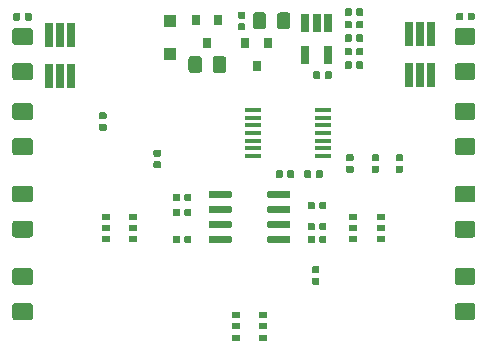
<source format=gbr>
G04 #@! TF.GenerationSoftware,KiCad,Pcbnew,5.1.5-52549c5~86~ubuntu18.04.1*
G04 #@! TF.CreationDate,2020-04-12T16:23:40+01:00*
G04 #@! TF.ProjectId,OverdrivePedal_RevC,4f766572-6472-4697-9665-506564616c5f,RevC*
G04 #@! TF.SameCoordinates,Original*
G04 #@! TF.FileFunction,Paste,Top*
G04 #@! TF.FilePolarity,Positive*
%FSLAX46Y46*%
G04 Gerber Fmt 4.6, Leading zero omitted, Abs format (unit mm)*
G04 Created by KiCad (PCBNEW 5.1.5-52549c5~86~ubuntu18.04.1) date 2020-04-12 16:23:40*
%MOMM*%
%LPD*%
G04 APERTURE LIST*
%ADD10C,0.100000*%
%ADD11R,0.650000X1.560000*%
%ADD12R,0.650000X2.000000*%
%ADD13R,0.800000X0.900000*%
%ADD14R,0.700000X0.510000*%
%ADD15R,1.450000X0.450000*%
%ADD16R,1.100000X1.100000*%
G04 APERTURE END LIST*
D10*
G36*
X132711458Y-90660710D02*
G01*
X132725776Y-90662834D01*
X132739817Y-90666351D01*
X132753446Y-90671228D01*
X132766531Y-90677417D01*
X132778947Y-90684858D01*
X132790573Y-90693481D01*
X132801298Y-90703202D01*
X132811019Y-90713927D01*
X132819642Y-90725553D01*
X132827083Y-90737969D01*
X132833272Y-90751054D01*
X132838149Y-90764683D01*
X132841666Y-90778724D01*
X132843790Y-90793042D01*
X132844500Y-90807500D01*
X132844500Y-91102500D01*
X132843790Y-91116958D01*
X132841666Y-91131276D01*
X132838149Y-91145317D01*
X132833272Y-91158946D01*
X132827083Y-91172031D01*
X132819642Y-91184447D01*
X132811019Y-91196073D01*
X132801298Y-91206798D01*
X132790573Y-91216519D01*
X132778947Y-91225142D01*
X132766531Y-91232583D01*
X132753446Y-91238772D01*
X132739817Y-91243649D01*
X132725776Y-91247166D01*
X132711458Y-91249290D01*
X132697000Y-91250000D01*
X132352000Y-91250000D01*
X132337542Y-91249290D01*
X132323224Y-91247166D01*
X132309183Y-91243649D01*
X132295554Y-91238772D01*
X132282469Y-91232583D01*
X132270053Y-91225142D01*
X132258427Y-91216519D01*
X132247702Y-91206798D01*
X132237981Y-91196073D01*
X132229358Y-91184447D01*
X132221917Y-91172031D01*
X132215728Y-91158946D01*
X132210851Y-91145317D01*
X132207334Y-91131276D01*
X132205210Y-91116958D01*
X132204500Y-91102500D01*
X132204500Y-90807500D01*
X132205210Y-90793042D01*
X132207334Y-90778724D01*
X132210851Y-90764683D01*
X132215728Y-90751054D01*
X132221917Y-90737969D01*
X132229358Y-90725553D01*
X132237981Y-90713927D01*
X132247702Y-90703202D01*
X132258427Y-90693481D01*
X132270053Y-90684858D01*
X132282469Y-90677417D01*
X132295554Y-90671228D01*
X132309183Y-90666351D01*
X132323224Y-90662834D01*
X132337542Y-90660710D01*
X132352000Y-90660000D01*
X132697000Y-90660000D01*
X132711458Y-90660710D01*
G37*
G36*
X132711458Y-91630710D02*
G01*
X132725776Y-91632834D01*
X132739817Y-91636351D01*
X132753446Y-91641228D01*
X132766531Y-91647417D01*
X132778947Y-91654858D01*
X132790573Y-91663481D01*
X132801298Y-91673202D01*
X132811019Y-91683927D01*
X132819642Y-91695553D01*
X132827083Y-91707969D01*
X132833272Y-91721054D01*
X132838149Y-91734683D01*
X132841666Y-91748724D01*
X132843790Y-91763042D01*
X132844500Y-91777500D01*
X132844500Y-92072500D01*
X132843790Y-92086958D01*
X132841666Y-92101276D01*
X132838149Y-92115317D01*
X132833272Y-92128946D01*
X132827083Y-92142031D01*
X132819642Y-92154447D01*
X132811019Y-92166073D01*
X132801298Y-92176798D01*
X132790573Y-92186519D01*
X132778947Y-92195142D01*
X132766531Y-92202583D01*
X132753446Y-92208772D01*
X132739817Y-92213649D01*
X132725776Y-92217166D01*
X132711458Y-92219290D01*
X132697000Y-92220000D01*
X132352000Y-92220000D01*
X132337542Y-92219290D01*
X132323224Y-92217166D01*
X132309183Y-92213649D01*
X132295554Y-92208772D01*
X132282469Y-92202583D01*
X132270053Y-92195142D01*
X132258427Y-92186519D01*
X132247702Y-92176798D01*
X132237981Y-92166073D01*
X132229358Y-92154447D01*
X132221917Y-92142031D01*
X132215728Y-92128946D01*
X132210851Y-92115317D01*
X132207334Y-92101276D01*
X132205210Y-92086958D01*
X132204500Y-92072500D01*
X132204500Y-91777500D01*
X132205210Y-91763042D01*
X132207334Y-91748724D01*
X132210851Y-91734683D01*
X132215728Y-91721054D01*
X132221917Y-91707969D01*
X132229358Y-91695553D01*
X132237981Y-91683927D01*
X132247702Y-91673202D01*
X132258427Y-91663481D01*
X132270053Y-91654858D01*
X132282469Y-91647417D01*
X132295554Y-91641228D01*
X132309183Y-91636351D01*
X132323224Y-91632834D01*
X132337542Y-91630710D01*
X132352000Y-91630000D01*
X132697000Y-91630000D01*
X132711458Y-91630710D01*
G37*
G36*
X150044958Y-95565710D02*
G01*
X150059276Y-95567834D01*
X150073317Y-95571351D01*
X150086946Y-95576228D01*
X150100031Y-95582417D01*
X150112447Y-95589858D01*
X150124073Y-95598481D01*
X150134798Y-95608202D01*
X150144519Y-95618927D01*
X150153142Y-95630553D01*
X150160583Y-95642969D01*
X150166772Y-95656054D01*
X150171649Y-95669683D01*
X150175166Y-95683724D01*
X150177290Y-95698042D01*
X150178000Y-95712500D01*
X150178000Y-96057500D01*
X150177290Y-96071958D01*
X150175166Y-96086276D01*
X150171649Y-96100317D01*
X150166772Y-96113946D01*
X150160583Y-96127031D01*
X150153142Y-96139447D01*
X150144519Y-96151073D01*
X150134798Y-96161798D01*
X150124073Y-96171519D01*
X150112447Y-96180142D01*
X150100031Y-96187583D01*
X150086946Y-96193772D01*
X150073317Y-96198649D01*
X150059276Y-96202166D01*
X150044958Y-96204290D01*
X150030500Y-96205000D01*
X149735500Y-96205000D01*
X149721042Y-96204290D01*
X149706724Y-96202166D01*
X149692683Y-96198649D01*
X149679054Y-96193772D01*
X149665969Y-96187583D01*
X149653553Y-96180142D01*
X149641927Y-96171519D01*
X149631202Y-96161798D01*
X149621481Y-96151073D01*
X149612858Y-96139447D01*
X149605417Y-96127031D01*
X149599228Y-96113946D01*
X149594351Y-96100317D01*
X149590834Y-96086276D01*
X149588710Y-96071958D01*
X149588000Y-96057500D01*
X149588000Y-95712500D01*
X149588710Y-95698042D01*
X149590834Y-95683724D01*
X149594351Y-95669683D01*
X149599228Y-95656054D01*
X149605417Y-95642969D01*
X149612858Y-95630553D01*
X149621481Y-95618927D01*
X149631202Y-95608202D01*
X149641927Y-95598481D01*
X149653553Y-95589858D01*
X149665969Y-95582417D01*
X149679054Y-95576228D01*
X149692683Y-95571351D01*
X149706724Y-95567834D01*
X149721042Y-95565710D01*
X149735500Y-95565000D01*
X150030500Y-95565000D01*
X150044958Y-95565710D01*
G37*
G36*
X151014958Y-95565710D02*
G01*
X151029276Y-95567834D01*
X151043317Y-95571351D01*
X151056946Y-95576228D01*
X151070031Y-95582417D01*
X151082447Y-95589858D01*
X151094073Y-95598481D01*
X151104798Y-95608202D01*
X151114519Y-95618927D01*
X151123142Y-95630553D01*
X151130583Y-95642969D01*
X151136772Y-95656054D01*
X151141649Y-95669683D01*
X151145166Y-95683724D01*
X151147290Y-95698042D01*
X151148000Y-95712500D01*
X151148000Y-96057500D01*
X151147290Y-96071958D01*
X151145166Y-96086276D01*
X151141649Y-96100317D01*
X151136772Y-96113946D01*
X151130583Y-96127031D01*
X151123142Y-96139447D01*
X151114519Y-96151073D01*
X151104798Y-96161798D01*
X151094073Y-96171519D01*
X151082447Y-96180142D01*
X151070031Y-96187583D01*
X151056946Y-96193772D01*
X151043317Y-96198649D01*
X151029276Y-96202166D01*
X151014958Y-96204290D01*
X151000500Y-96205000D01*
X150705500Y-96205000D01*
X150691042Y-96204290D01*
X150676724Y-96202166D01*
X150662683Y-96198649D01*
X150649054Y-96193772D01*
X150635969Y-96187583D01*
X150623553Y-96180142D01*
X150611927Y-96171519D01*
X150601202Y-96161798D01*
X150591481Y-96151073D01*
X150582858Y-96139447D01*
X150575417Y-96127031D01*
X150569228Y-96113946D01*
X150564351Y-96100317D01*
X150560834Y-96086276D01*
X150558710Y-96071958D01*
X150558000Y-96057500D01*
X150558000Y-95712500D01*
X150558710Y-95698042D01*
X150560834Y-95683724D01*
X150564351Y-95669683D01*
X150569228Y-95656054D01*
X150575417Y-95642969D01*
X150582858Y-95630553D01*
X150591481Y-95618927D01*
X150601202Y-95608202D01*
X150611927Y-95598481D01*
X150623553Y-95589858D01*
X150635969Y-95582417D01*
X150649054Y-95576228D01*
X150662683Y-95571351D01*
X150676724Y-95567834D01*
X150691042Y-95565710D01*
X150705500Y-95565000D01*
X151000500Y-95565000D01*
X151014958Y-95565710D01*
G37*
G36*
X142750905Y-85915204D02*
G01*
X142775173Y-85918804D01*
X142798972Y-85924765D01*
X142822071Y-85933030D01*
X142844250Y-85943520D01*
X142865293Y-85956132D01*
X142884999Y-85970747D01*
X142903177Y-85987223D01*
X142919653Y-86005401D01*
X142934268Y-86025107D01*
X142946880Y-86046150D01*
X142957370Y-86068329D01*
X142965635Y-86091428D01*
X142971596Y-86115227D01*
X142975196Y-86139495D01*
X142976400Y-86163999D01*
X142976400Y-87064001D01*
X142975196Y-87088505D01*
X142971596Y-87112773D01*
X142965635Y-87136572D01*
X142957370Y-87159671D01*
X142946880Y-87181850D01*
X142934268Y-87202893D01*
X142919653Y-87222599D01*
X142903177Y-87240777D01*
X142884999Y-87257253D01*
X142865293Y-87271868D01*
X142844250Y-87284480D01*
X142822071Y-87294970D01*
X142798972Y-87303235D01*
X142775173Y-87309196D01*
X142750905Y-87312796D01*
X142726401Y-87314000D01*
X142076399Y-87314000D01*
X142051895Y-87312796D01*
X142027627Y-87309196D01*
X142003828Y-87303235D01*
X141980729Y-87294970D01*
X141958550Y-87284480D01*
X141937507Y-87271868D01*
X141917801Y-87257253D01*
X141899623Y-87240777D01*
X141883147Y-87222599D01*
X141868532Y-87202893D01*
X141855920Y-87181850D01*
X141845430Y-87159671D01*
X141837165Y-87136572D01*
X141831204Y-87112773D01*
X141827604Y-87088505D01*
X141826400Y-87064001D01*
X141826400Y-86163999D01*
X141827604Y-86139495D01*
X141831204Y-86115227D01*
X141837165Y-86091428D01*
X141845430Y-86068329D01*
X141855920Y-86046150D01*
X141868532Y-86025107D01*
X141883147Y-86005401D01*
X141899623Y-85987223D01*
X141917801Y-85970747D01*
X141937507Y-85956132D01*
X141958550Y-85943520D01*
X141980729Y-85933030D01*
X142003828Y-85924765D01*
X142027627Y-85918804D01*
X142051895Y-85915204D01*
X142076399Y-85914000D01*
X142726401Y-85914000D01*
X142750905Y-85915204D01*
G37*
G36*
X140700905Y-85915204D02*
G01*
X140725173Y-85918804D01*
X140748972Y-85924765D01*
X140772071Y-85933030D01*
X140794250Y-85943520D01*
X140815293Y-85956132D01*
X140834999Y-85970747D01*
X140853177Y-85987223D01*
X140869653Y-86005401D01*
X140884268Y-86025107D01*
X140896880Y-86046150D01*
X140907370Y-86068329D01*
X140915635Y-86091428D01*
X140921596Y-86115227D01*
X140925196Y-86139495D01*
X140926400Y-86163999D01*
X140926400Y-87064001D01*
X140925196Y-87088505D01*
X140921596Y-87112773D01*
X140915635Y-87136572D01*
X140907370Y-87159671D01*
X140896880Y-87181850D01*
X140884268Y-87202893D01*
X140869653Y-87222599D01*
X140853177Y-87240777D01*
X140834999Y-87257253D01*
X140815293Y-87271868D01*
X140794250Y-87284480D01*
X140772071Y-87294970D01*
X140748972Y-87303235D01*
X140725173Y-87309196D01*
X140700905Y-87312796D01*
X140676401Y-87314000D01*
X140026399Y-87314000D01*
X140001895Y-87312796D01*
X139977627Y-87309196D01*
X139953828Y-87303235D01*
X139930729Y-87294970D01*
X139908550Y-87284480D01*
X139887507Y-87271868D01*
X139867801Y-87257253D01*
X139849623Y-87240777D01*
X139833147Y-87222599D01*
X139818532Y-87202893D01*
X139805920Y-87181850D01*
X139795430Y-87159671D01*
X139787165Y-87136572D01*
X139781204Y-87112773D01*
X139777604Y-87088505D01*
X139776400Y-87064001D01*
X139776400Y-86163999D01*
X139777604Y-86139495D01*
X139781204Y-86115227D01*
X139787165Y-86091428D01*
X139795430Y-86068329D01*
X139805920Y-86046150D01*
X139818532Y-86025107D01*
X139833147Y-86005401D01*
X139849623Y-85987223D01*
X139867801Y-85970747D01*
X139887507Y-85956132D01*
X139908550Y-85943520D01*
X139930729Y-85933030D01*
X139953828Y-85924765D01*
X139977627Y-85918804D01*
X140001895Y-85915204D01*
X140026399Y-85914000D01*
X140676401Y-85914000D01*
X140700905Y-85915204D01*
G37*
G36*
X146136505Y-82206804D02*
G01*
X146160773Y-82210404D01*
X146184572Y-82216365D01*
X146207671Y-82224630D01*
X146229850Y-82235120D01*
X146250893Y-82247732D01*
X146270599Y-82262347D01*
X146288777Y-82278823D01*
X146305253Y-82297001D01*
X146319868Y-82316707D01*
X146332480Y-82337750D01*
X146342970Y-82359929D01*
X146351235Y-82383028D01*
X146357196Y-82406827D01*
X146360796Y-82431095D01*
X146362000Y-82455599D01*
X146362000Y-83355601D01*
X146360796Y-83380105D01*
X146357196Y-83404373D01*
X146351235Y-83428172D01*
X146342970Y-83451271D01*
X146332480Y-83473450D01*
X146319868Y-83494493D01*
X146305253Y-83514199D01*
X146288777Y-83532377D01*
X146270599Y-83548853D01*
X146250893Y-83563468D01*
X146229850Y-83576080D01*
X146207671Y-83586570D01*
X146184572Y-83594835D01*
X146160773Y-83600796D01*
X146136505Y-83604396D01*
X146112001Y-83605600D01*
X145461999Y-83605600D01*
X145437495Y-83604396D01*
X145413227Y-83600796D01*
X145389428Y-83594835D01*
X145366329Y-83586570D01*
X145344150Y-83576080D01*
X145323107Y-83563468D01*
X145303401Y-83548853D01*
X145285223Y-83532377D01*
X145268747Y-83514199D01*
X145254132Y-83494493D01*
X145241520Y-83473450D01*
X145231030Y-83451271D01*
X145222765Y-83428172D01*
X145216804Y-83404373D01*
X145213204Y-83380105D01*
X145212000Y-83355601D01*
X145212000Y-82455599D01*
X145213204Y-82431095D01*
X145216804Y-82406827D01*
X145222765Y-82383028D01*
X145231030Y-82359929D01*
X145241520Y-82337750D01*
X145254132Y-82316707D01*
X145268747Y-82297001D01*
X145285223Y-82278823D01*
X145303401Y-82262347D01*
X145323107Y-82247732D01*
X145344150Y-82235120D01*
X145366329Y-82224630D01*
X145389428Y-82216365D01*
X145413227Y-82210404D01*
X145437495Y-82206804D01*
X145461999Y-82205600D01*
X146112001Y-82205600D01*
X146136505Y-82206804D01*
G37*
G36*
X148186505Y-82206804D02*
G01*
X148210773Y-82210404D01*
X148234572Y-82216365D01*
X148257671Y-82224630D01*
X148279850Y-82235120D01*
X148300893Y-82247732D01*
X148320599Y-82262347D01*
X148338777Y-82278823D01*
X148355253Y-82297001D01*
X148369868Y-82316707D01*
X148382480Y-82337750D01*
X148392970Y-82359929D01*
X148401235Y-82383028D01*
X148407196Y-82406827D01*
X148410796Y-82431095D01*
X148412000Y-82455599D01*
X148412000Y-83355601D01*
X148410796Y-83380105D01*
X148407196Y-83404373D01*
X148401235Y-83428172D01*
X148392970Y-83451271D01*
X148382480Y-83473450D01*
X148369868Y-83494493D01*
X148355253Y-83514199D01*
X148338777Y-83532377D01*
X148320599Y-83548853D01*
X148300893Y-83563468D01*
X148279850Y-83576080D01*
X148257671Y-83586570D01*
X148234572Y-83594835D01*
X148210773Y-83600796D01*
X148186505Y-83604396D01*
X148162001Y-83605600D01*
X147511999Y-83605600D01*
X147487495Y-83604396D01*
X147463227Y-83600796D01*
X147439428Y-83594835D01*
X147416329Y-83586570D01*
X147394150Y-83576080D01*
X147373107Y-83563468D01*
X147353401Y-83548853D01*
X147335223Y-83532377D01*
X147318747Y-83514199D01*
X147304132Y-83494493D01*
X147291520Y-83473450D01*
X147281030Y-83451271D01*
X147272765Y-83428172D01*
X147266804Y-83404373D01*
X147263204Y-83380105D01*
X147262000Y-83355601D01*
X147262000Y-82455599D01*
X147263204Y-82431095D01*
X147266804Y-82406827D01*
X147272765Y-82383028D01*
X147281030Y-82359929D01*
X147291520Y-82337750D01*
X147304132Y-82316707D01*
X147318747Y-82297001D01*
X147335223Y-82278823D01*
X147353401Y-82262347D01*
X147373107Y-82247732D01*
X147394150Y-82235120D01*
X147416329Y-82224630D01*
X147439428Y-82216365D01*
X147463227Y-82210404D01*
X147487495Y-82206804D01*
X147511999Y-82205600D01*
X148162001Y-82205600D01*
X148186505Y-82206804D01*
G37*
D11*
X151572000Y-85805000D03*
X149672000Y-85805000D03*
X149672000Y-83105000D03*
X150622000Y-83105000D03*
X151572000Y-83105000D03*
D10*
G36*
X157819358Y-94216710D02*
G01*
X157833676Y-94218834D01*
X157847717Y-94222351D01*
X157861346Y-94227228D01*
X157874431Y-94233417D01*
X157886847Y-94240858D01*
X157898473Y-94249481D01*
X157909198Y-94259202D01*
X157918919Y-94269927D01*
X157927542Y-94281553D01*
X157934983Y-94293969D01*
X157941172Y-94307054D01*
X157946049Y-94320683D01*
X157949566Y-94334724D01*
X157951690Y-94349042D01*
X157952400Y-94363500D01*
X157952400Y-94658500D01*
X157951690Y-94672958D01*
X157949566Y-94687276D01*
X157946049Y-94701317D01*
X157941172Y-94714946D01*
X157934983Y-94728031D01*
X157927542Y-94740447D01*
X157918919Y-94752073D01*
X157909198Y-94762798D01*
X157898473Y-94772519D01*
X157886847Y-94781142D01*
X157874431Y-94788583D01*
X157861346Y-94794772D01*
X157847717Y-94799649D01*
X157833676Y-94803166D01*
X157819358Y-94805290D01*
X157804900Y-94806000D01*
X157459900Y-94806000D01*
X157445442Y-94805290D01*
X157431124Y-94803166D01*
X157417083Y-94799649D01*
X157403454Y-94794772D01*
X157390369Y-94788583D01*
X157377953Y-94781142D01*
X157366327Y-94772519D01*
X157355602Y-94762798D01*
X157345881Y-94752073D01*
X157337258Y-94740447D01*
X157329817Y-94728031D01*
X157323628Y-94714946D01*
X157318751Y-94701317D01*
X157315234Y-94687276D01*
X157313110Y-94672958D01*
X157312400Y-94658500D01*
X157312400Y-94363500D01*
X157313110Y-94349042D01*
X157315234Y-94334724D01*
X157318751Y-94320683D01*
X157323628Y-94307054D01*
X157329817Y-94293969D01*
X157337258Y-94281553D01*
X157345881Y-94269927D01*
X157355602Y-94259202D01*
X157366327Y-94249481D01*
X157377953Y-94240858D01*
X157390369Y-94233417D01*
X157403454Y-94227228D01*
X157417083Y-94222351D01*
X157431124Y-94218834D01*
X157445442Y-94216710D01*
X157459900Y-94216000D01*
X157804900Y-94216000D01*
X157819358Y-94216710D01*
G37*
G36*
X157819358Y-95186710D02*
G01*
X157833676Y-95188834D01*
X157847717Y-95192351D01*
X157861346Y-95197228D01*
X157874431Y-95203417D01*
X157886847Y-95210858D01*
X157898473Y-95219481D01*
X157909198Y-95229202D01*
X157918919Y-95239927D01*
X157927542Y-95251553D01*
X157934983Y-95263969D01*
X157941172Y-95277054D01*
X157946049Y-95290683D01*
X157949566Y-95304724D01*
X157951690Y-95319042D01*
X157952400Y-95333500D01*
X157952400Y-95628500D01*
X157951690Y-95642958D01*
X157949566Y-95657276D01*
X157946049Y-95671317D01*
X157941172Y-95684946D01*
X157934983Y-95698031D01*
X157927542Y-95710447D01*
X157918919Y-95722073D01*
X157909198Y-95732798D01*
X157898473Y-95742519D01*
X157886847Y-95751142D01*
X157874431Y-95758583D01*
X157861346Y-95764772D01*
X157847717Y-95769649D01*
X157833676Y-95773166D01*
X157819358Y-95775290D01*
X157804900Y-95776000D01*
X157459900Y-95776000D01*
X157445442Y-95775290D01*
X157431124Y-95773166D01*
X157417083Y-95769649D01*
X157403454Y-95764772D01*
X157390369Y-95758583D01*
X157377953Y-95751142D01*
X157366327Y-95742519D01*
X157355602Y-95732798D01*
X157345881Y-95722073D01*
X157337258Y-95710447D01*
X157329817Y-95698031D01*
X157323628Y-95684946D01*
X157318751Y-95671317D01*
X157315234Y-95657276D01*
X157313110Y-95642958D01*
X157312400Y-95628500D01*
X157312400Y-95333500D01*
X157313110Y-95319042D01*
X157315234Y-95304724D01*
X157318751Y-95290683D01*
X157323628Y-95277054D01*
X157329817Y-95263969D01*
X157337258Y-95251553D01*
X157345881Y-95239927D01*
X157355602Y-95229202D01*
X157366327Y-95219481D01*
X157377953Y-95210858D01*
X157390369Y-95203417D01*
X157403454Y-95197228D01*
X157417083Y-95192351D01*
X157431124Y-95188834D01*
X157445442Y-95186710D01*
X157459900Y-95186000D01*
X157804900Y-95186000D01*
X157819358Y-95186710D01*
G37*
D12*
X129855000Y-87562000D03*
X128905000Y-87562000D03*
X127955000Y-87562000D03*
X127955000Y-84142000D03*
X128905000Y-84142000D03*
X129855000Y-84142000D03*
X160335000Y-87485800D03*
X159385000Y-87485800D03*
X158435000Y-87485800D03*
X158435000Y-84065800D03*
X159385000Y-84065800D03*
X160335000Y-84065800D03*
D13*
X141351000Y-84820000D03*
X140401000Y-82820000D03*
X142301000Y-82820000D03*
X145542000Y-86750400D03*
X144592000Y-84750400D03*
X146492000Y-84750400D03*
D14*
X132799600Y-101419700D03*
X132799600Y-100469700D03*
X132799600Y-99519700D03*
X135119600Y-99519700D03*
X135119600Y-100469700D03*
X135119600Y-101419700D03*
D15*
X145233600Y-94355200D03*
X145233600Y-93705200D03*
X145233600Y-93055200D03*
X145233600Y-92405200D03*
X145233600Y-91755200D03*
X145233600Y-91105200D03*
X145233600Y-90455200D03*
X151133600Y-90455200D03*
X151133600Y-91105200D03*
X151133600Y-91755200D03*
X151133600Y-92405200D03*
X151133600Y-93055200D03*
X151133600Y-93705200D03*
X151133600Y-94355200D03*
D14*
X143797800Y-109738200D03*
X143797800Y-108788200D03*
X143797800Y-107838200D03*
X146117800Y-107838200D03*
X146117800Y-108788200D03*
X146117800Y-109738200D03*
D10*
G36*
X143322503Y-101122922D02*
G01*
X143337064Y-101125082D01*
X143351343Y-101128659D01*
X143365203Y-101133618D01*
X143378510Y-101139912D01*
X143391136Y-101147480D01*
X143402959Y-101156248D01*
X143413866Y-101166134D01*
X143423752Y-101177041D01*
X143432520Y-101188864D01*
X143440088Y-101201490D01*
X143446382Y-101214797D01*
X143451341Y-101228657D01*
X143454918Y-101242936D01*
X143457078Y-101257497D01*
X143457800Y-101272200D01*
X143457800Y-101572200D01*
X143457078Y-101586903D01*
X143454918Y-101601464D01*
X143451341Y-101615743D01*
X143446382Y-101629603D01*
X143440088Y-101642910D01*
X143432520Y-101655536D01*
X143423752Y-101667359D01*
X143413866Y-101678266D01*
X143402959Y-101688152D01*
X143391136Y-101696920D01*
X143378510Y-101704488D01*
X143365203Y-101710782D01*
X143351343Y-101715741D01*
X143337064Y-101719318D01*
X143322503Y-101721478D01*
X143307800Y-101722200D01*
X141657800Y-101722200D01*
X141643097Y-101721478D01*
X141628536Y-101719318D01*
X141614257Y-101715741D01*
X141600397Y-101710782D01*
X141587090Y-101704488D01*
X141574464Y-101696920D01*
X141562641Y-101688152D01*
X141551734Y-101678266D01*
X141541848Y-101667359D01*
X141533080Y-101655536D01*
X141525512Y-101642910D01*
X141519218Y-101629603D01*
X141514259Y-101615743D01*
X141510682Y-101601464D01*
X141508522Y-101586903D01*
X141507800Y-101572200D01*
X141507800Y-101272200D01*
X141508522Y-101257497D01*
X141510682Y-101242936D01*
X141514259Y-101228657D01*
X141519218Y-101214797D01*
X141525512Y-101201490D01*
X141533080Y-101188864D01*
X141541848Y-101177041D01*
X141551734Y-101166134D01*
X141562641Y-101156248D01*
X141574464Y-101147480D01*
X141587090Y-101139912D01*
X141600397Y-101133618D01*
X141614257Y-101128659D01*
X141628536Y-101125082D01*
X141643097Y-101122922D01*
X141657800Y-101122200D01*
X143307800Y-101122200D01*
X143322503Y-101122922D01*
G37*
G36*
X143322503Y-99852922D02*
G01*
X143337064Y-99855082D01*
X143351343Y-99858659D01*
X143365203Y-99863618D01*
X143378510Y-99869912D01*
X143391136Y-99877480D01*
X143402959Y-99886248D01*
X143413866Y-99896134D01*
X143423752Y-99907041D01*
X143432520Y-99918864D01*
X143440088Y-99931490D01*
X143446382Y-99944797D01*
X143451341Y-99958657D01*
X143454918Y-99972936D01*
X143457078Y-99987497D01*
X143457800Y-100002200D01*
X143457800Y-100302200D01*
X143457078Y-100316903D01*
X143454918Y-100331464D01*
X143451341Y-100345743D01*
X143446382Y-100359603D01*
X143440088Y-100372910D01*
X143432520Y-100385536D01*
X143423752Y-100397359D01*
X143413866Y-100408266D01*
X143402959Y-100418152D01*
X143391136Y-100426920D01*
X143378510Y-100434488D01*
X143365203Y-100440782D01*
X143351343Y-100445741D01*
X143337064Y-100449318D01*
X143322503Y-100451478D01*
X143307800Y-100452200D01*
X141657800Y-100452200D01*
X141643097Y-100451478D01*
X141628536Y-100449318D01*
X141614257Y-100445741D01*
X141600397Y-100440782D01*
X141587090Y-100434488D01*
X141574464Y-100426920D01*
X141562641Y-100418152D01*
X141551734Y-100408266D01*
X141541848Y-100397359D01*
X141533080Y-100385536D01*
X141525512Y-100372910D01*
X141519218Y-100359603D01*
X141514259Y-100345743D01*
X141510682Y-100331464D01*
X141508522Y-100316903D01*
X141507800Y-100302200D01*
X141507800Y-100002200D01*
X141508522Y-99987497D01*
X141510682Y-99972936D01*
X141514259Y-99958657D01*
X141519218Y-99944797D01*
X141525512Y-99931490D01*
X141533080Y-99918864D01*
X141541848Y-99907041D01*
X141551734Y-99896134D01*
X141562641Y-99886248D01*
X141574464Y-99877480D01*
X141587090Y-99869912D01*
X141600397Y-99863618D01*
X141614257Y-99858659D01*
X141628536Y-99855082D01*
X141643097Y-99852922D01*
X141657800Y-99852200D01*
X143307800Y-99852200D01*
X143322503Y-99852922D01*
G37*
G36*
X143322503Y-98582922D02*
G01*
X143337064Y-98585082D01*
X143351343Y-98588659D01*
X143365203Y-98593618D01*
X143378510Y-98599912D01*
X143391136Y-98607480D01*
X143402959Y-98616248D01*
X143413866Y-98626134D01*
X143423752Y-98637041D01*
X143432520Y-98648864D01*
X143440088Y-98661490D01*
X143446382Y-98674797D01*
X143451341Y-98688657D01*
X143454918Y-98702936D01*
X143457078Y-98717497D01*
X143457800Y-98732200D01*
X143457800Y-99032200D01*
X143457078Y-99046903D01*
X143454918Y-99061464D01*
X143451341Y-99075743D01*
X143446382Y-99089603D01*
X143440088Y-99102910D01*
X143432520Y-99115536D01*
X143423752Y-99127359D01*
X143413866Y-99138266D01*
X143402959Y-99148152D01*
X143391136Y-99156920D01*
X143378510Y-99164488D01*
X143365203Y-99170782D01*
X143351343Y-99175741D01*
X143337064Y-99179318D01*
X143322503Y-99181478D01*
X143307800Y-99182200D01*
X141657800Y-99182200D01*
X141643097Y-99181478D01*
X141628536Y-99179318D01*
X141614257Y-99175741D01*
X141600397Y-99170782D01*
X141587090Y-99164488D01*
X141574464Y-99156920D01*
X141562641Y-99148152D01*
X141551734Y-99138266D01*
X141541848Y-99127359D01*
X141533080Y-99115536D01*
X141525512Y-99102910D01*
X141519218Y-99089603D01*
X141514259Y-99075743D01*
X141510682Y-99061464D01*
X141508522Y-99046903D01*
X141507800Y-99032200D01*
X141507800Y-98732200D01*
X141508522Y-98717497D01*
X141510682Y-98702936D01*
X141514259Y-98688657D01*
X141519218Y-98674797D01*
X141525512Y-98661490D01*
X141533080Y-98648864D01*
X141541848Y-98637041D01*
X141551734Y-98626134D01*
X141562641Y-98616248D01*
X141574464Y-98607480D01*
X141587090Y-98599912D01*
X141600397Y-98593618D01*
X141614257Y-98588659D01*
X141628536Y-98585082D01*
X141643097Y-98582922D01*
X141657800Y-98582200D01*
X143307800Y-98582200D01*
X143322503Y-98582922D01*
G37*
G36*
X143322503Y-97312922D02*
G01*
X143337064Y-97315082D01*
X143351343Y-97318659D01*
X143365203Y-97323618D01*
X143378510Y-97329912D01*
X143391136Y-97337480D01*
X143402959Y-97346248D01*
X143413866Y-97356134D01*
X143423752Y-97367041D01*
X143432520Y-97378864D01*
X143440088Y-97391490D01*
X143446382Y-97404797D01*
X143451341Y-97418657D01*
X143454918Y-97432936D01*
X143457078Y-97447497D01*
X143457800Y-97462200D01*
X143457800Y-97762200D01*
X143457078Y-97776903D01*
X143454918Y-97791464D01*
X143451341Y-97805743D01*
X143446382Y-97819603D01*
X143440088Y-97832910D01*
X143432520Y-97845536D01*
X143423752Y-97857359D01*
X143413866Y-97868266D01*
X143402959Y-97878152D01*
X143391136Y-97886920D01*
X143378510Y-97894488D01*
X143365203Y-97900782D01*
X143351343Y-97905741D01*
X143337064Y-97909318D01*
X143322503Y-97911478D01*
X143307800Y-97912200D01*
X141657800Y-97912200D01*
X141643097Y-97911478D01*
X141628536Y-97909318D01*
X141614257Y-97905741D01*
X141600397Y-97900782D01*
X141587090Y-97894488D01*
X141574464Y-97886920D01*
X141562641Y-97878152D01*
X141551734Y-97868266D01*
X141541848Y-97857359D01*
X141533080Y-97845536D01*
X141525512Y-97832910D01*
X141519218Y-97819603D01*
X141514259Y-97805743D01*
X141510682Y-97791464D01*
X141508522Y-97776903D01*
X141507800Y-97762200D01*
X141507800Y-97462200D01*
X141508522Y-97447497D01*
X141510682Y-97432936D01*
X141514259Y-97418657D01*
X141519218Y-97404797D01*
X141525512Y-97391490D01*
X141533080Y-97378864D01*
X141541848Y-97367041D01*
X141551734Y-97356134D01*
X141562641Y-97346248D01*
X141574464Y-97337480D01*
X141587090Y-97329912D01*
X141600397Y-97323618D01*
X141614257Y-97318659D01*
X141628536Y-97315082D01*
X141643097Y-97312922D01*
X141657800Y-97312200D01*
X143307800Y-97312200D01*
X143322503Y-97312922D01*
G37*
G36*
X148272503Y-97312922D02*
G01*
X148287064Y-97315082D01*
X148301343Y-97318659D01*
X148315203Y-97323618D01*
X148328510Y-97329912D01*
X148341136Y-97337480D01*
X148352959Y-97346248D01*
X148363866Y-97356134D01*
X148373752Y-97367041D01*
X148382520Y-97378864D01*
X148390088Y-97391490D01*
X148396382Y-97404797D01*
X148401341Y-97418657D01*
X148404918Y-97432936D01*
X148407078Y-97447497D01*
X148407800Y-97462200D01*
X148407800Y-97762200D01*
X148407078Y-97776903D01*
X148404918Y-97791464D01*
X148401341Y-97805743D01*
X148396382Y-97819603D01*
X148390088Y-97832910D01*
X148382520Y-97845536D01*
X148373752Y-97857359D01*
X148363866Y-97868266D01*
X148352959Y-97878152D01*
X148341136Y-97886920D01*
X148328510Y-97894488D01*
X148315203Y-97900782D01*
X148301343Y-97905741D01*
X148287064Y-97909318D01*
X148272503Y-97911478D01*
X148257800Y-97912200D01*
X146607800Y-97912200D01*
X146593097Y-97911478D01*
X146578536Y-97909318D01*
X146564257Y-97905741D01*
X146550397Y-97900782D01*
X146537090Y-97894488D01*
X146524464Y-97886920D01*
X146512641Y-97878152D01*
X146501734Y-97868266D01*
X146491848Y-97857359D01*
X146483080Y-97845536D01*
X146475512Y-97832910D01*
X146469218Y-97819603D01*
X146464259Y-97805743D01*
X146460682Y-97791464D01*
X146458522Y-97776903D01*
X146457800Y-97762200D01*
X146457800Y-97462200D01*
X146458522Y-97447497D01*
X146460682Y-97432936D01*
X146464259Y-97418657D01*
X146469218Y-97404797D01*
X146475512Y-97391490D01*
X146483080Y-97378864D01*
X146491848Y-97367041D01*
X146501734Y-97356134D01*
X146512641Y-97346248D01*
X146524464Y-97337480D01*
X146537090Y-97329912D01*
X146550397Y-97323618D01*
X146564257Y-97318659D01*
X146578536Y-97315082D01*
X146593097Y-97312922D01*
X146607800Y-97312200D01*
X148257800Y-97312200D01*
X148272503Y-97312922D01*
G37*
G36*
X148272503Y-98582922D02*
G01*
X148287064Y-98585082D01*
X148301343Y-98588659D01*
X148315203Y-98593618D01*
X148328510Y-98599912D01*
X148341136Y-98607480D01*
X148352959Y-98616248D01*
X148363866Y-98626134D01*
X148373752Y-98637041D01*
X148382520Y-98648864D01*
X148390088Y-98661490D01*
X148396382Y-98674797D01*
X148401341Y-98688657D01*
X148404918Y-98702936D01*
X148407078Y-98717497D01*
X148407800Y-98732200D01*
X148407800Y-99032200D01*
X148407078Y-99046903D01*
X148404918Y-99061464D01*
X148401341Y-99075743D01*
X148396382Y-99089603D01*
X148390088Y-99102910D01*
X148382520Y-99115536D01*
X148373752Y-99127359D01*
X148363866Y-99138266D01*
X148352959Y-99148152D01*
X148341136Y-99156920D01*
X148328510Y-99164488D01*
X148315203Y-99170782D01*
X148301343Y-99175741D01*
X148287064Y-99179318D01*
X148272503Y-99181478D01*
X148257800Y-99182200D01*
X146607800Y-99182200D01*
X146593097Y-99181478D01*
X146578536Y-99179318D01*
X146564257Y-99175741D01*
X146550397Y-99170782D01*
X146537090Y-99164488D01*
X146524464Y-99156920D01*
X146512641Y-99148152D01*
X146501734Y-99138266D01*
X146491848Y-99127359D01*
X146483080Y-99115536D01*
X146475512Y-99102910D01*
X146469218Y-99089603D01*
X146464259Y-99075743D01*
X146460682Y-99061464D01*
X146458522Y-99046903D01*
X146457800Y-99032200D01*
X146457800Y-98732200D01*
X146458522Y-98717497D01*
X146460682Y-98702936D01*
X146464259Y-98688657D01*
X146469218Y-98674797D01*
X146475512Y-98661490D01*
X146483080Y-98648864D01*
X146491848Y-98637041D01*
X146501734Y-98626134D01*
X146512641Y-98616248D01*
X146524464Y-98607480D01*
X146537090Y-98599912D01*
X146550397Y-98593618D01*
X146564257Y-98588659D01*
X146578536Y-98585082D01*
X146593097Y-98582922D01*
X146607800Y-98582200D01*
X148257800Y-98582200D01*
X148272503Y-98582922D01*
G37*
G36*
X148272503Y-99852922D02*
G01*
X148287064Y-99855082D01*
X148301343Y-99858659D01*
X148315203Y-99863618D01*
X148328510Y-99869912D01*
X148341136Y-99877480D01*
X148352959Y-99886248D01*
X148363866Y-99896134D01*
X148373752Y-99907041D01*
X148382520Y-99918864D01*
X148390088Y-99931490D01*
X148396382Y-99944797D01*
X148401341Y-99958657D01*
X148404918Y-99972936D01*
X148407078Y-99987497D01*
X148407800Y-100002200D01*
X148407800Y-100302200D01*
X148407078Y-100316903D01*
X148404918Y-100331464D01*
X148401341Y-100345743D01*
X148396382Y-100359603D01*
X148390088Y-100372910D01*
X148382520Y-100385536D01*
X148373752Y-100397359D01*
X148363866Y-100408266D01*
X148352959Y-100418152D01*
X148341136Y-100426920D01*
X148328510Y-100434488D01*
X148315203Y-100440782D01*
X148301343Y-100445741D01*
X148287064Y-100449318D01*
X148272503Y-100451478D01*
X148257800Y-100452200D01*
X146607800Y-100452200D01*
X146593097Y-100451478D01*
X146578536Y-100449318D01*
X146564257Y-100445741D01*
X146550397Y-100440782D01*
X146537090Y-100434488D01*
X146524464Y-100426920D01*
X146512641Y-100418152D01*
X146501734Y-100408266D01*
X146491848Y-100397359D01*
X146483080Y-100385536D01*
X146475512Y-100372910D01*
X146469218Y-100359603D01*
X146464259Y-100345743D01*
X146460682Y-100331464D01*
X146458522Y-100316903D01*
X146457800Y-100302200D01*
X146457800Y-100002200D01*
X146458522Y-99987497D01*
X146460682Y-99972936D01*
X146464259Y-99958657D01*
X146469218Y-99944797D01*
X146475512Y-99931490D01*
X146483080Y-99918864D01*
X146491848Y-99907041D01*
X146501734Y-99896134D01*
X146512641Y-99886248D01*
X146524464Y-99877480D01*
X146537090Y-99869912D01*
X146550397Y-99863618D01*
X146564257Y-99858659D01*
X146578536Y-99855082D01*
X146593097Y-99852922D01*
X146607800Y-99852200D01*
X148257800Y-99852200D01*
X148272503Y-99852922D01*
G37*
G36*
X148272503Y-101122922D02*
G01*
X148287064Y-101125082D01*
X148301343Y-101128659D01*
X148315203Y-101133618D01*
X148328510Y-101139912D01*
X148341136Y-101147480D01*
X148352959Y-101156248D01*
X148363866Y-101166134D01*
X148373752Y-101177041D01*
X148382520Y-101188864D01*
X148390088Y-101201490D01*
X148396382Y-101214797D01*
X148401341Y-101228657D01*
X148404918Y-101242936D01*
X148407078Y-101257497D01*
X148407800Y-101272200D01*
X148407800Y-101572200D01*
X148407078Y-101586903D01*
X148404918Y-101601464D01*
X148401341Y-101615743D01*
X148396382Y-101629603D01*
X148390088Y-101642910D01*
X148382520Y-101655536D01*
X148373752Y-101667359D01*
X148363866Y-101678266D01*
X148352959Y-101688152D01*
X148341136Y-101696920D01*
X148328510Y-101704488D01*
X148315203Y-101710782D01*
X148301343Y-101715741D01*
X148287064Y-101719318D01*
X148272503Y-101721478D01*
X148257800Y-101722200D01*
X146607800Y-101722200D01*
X146593097Y-101721478D01*
X146578536Y-101719318D01*
X146564257Y-101715741D01*
X146550397Y-101710782D01*
X146537090Y-101704488D01*
X146524464Y-101696920D01*
X146512641Y-101688152D01*
X146501734Y-101678266D01*
X146491848Y-101667359D01*
X146483080Y-101655536D01*
X146475512Y-101642910D01*
X146469218Y-101629603D01*
X146464259Y-101615743D01*
X146460682Y-101601464D01*
X146458522Y-101586903D01*
X146457800Y-101572200D01*
X146457800Y-101272200D01*
X146458522Y-101257497D01*
X146460682Y-101242936D01*
X146464259Y-101228657D01*
X146469218Y-101214797D01*
X146475512Y-101201490D01*
X146483080Y-101188864D01*
X146491848Y-101177041D01*
X146501734Y-101166134D01*
X146512641Y-101156248D01*
X146524464Y-101147480D01*
X146537090Y-101139912D01*
X146550397Y-101133618D01*
X146564257Y-101128659D01*
X146578536Y-101125082D01*
X146593097Y-101122922D01*
X146607800Y-101122200D01*
X148257800Y-101122200D01*
X148272503Y-101122922D01*
G37*
D14*
X153720800Y-101422200D03*
X153720800Y-100472200D03*
X153720800Y-99522200D03*
X156040800Y-99522200D03*
X156040800Y-100472200D03*
X156040800Y-101422200D03*
D10*
G36*
X148601958Y-95565710D02*
G01*
X148616276Y-95567834D01*
X148630317Y-95571351D01*
X148643946Y-95576228D01*
X148657031Y-95582417D01*
X148669447Y-95589858D01*
X148681073Y-95598481D01*
X148691798Y-95608202D01*
X148701519Y-95618927D01*
X148710142Y-95630553D01*
X148717583Y-95642969D01*
X148723772Y-95656054D01*
X148728649Y-95669683D01*
X148732166Y-95683724D01*
X148734290Y-95698042D01*
X148735000Y-95712500D01*
X148735000Y-96057500D01*
X148734290Y-96071958D01*
X148732166Y-96086276D01*
X148728649Y-96100317D01*
X148723772Y-96113946D01*
X148717583Y-96127031D01*
X148710142Y-96139447D01*
X148701519Y-96151073D01*
X148691798Y-96161798D01*
X148681073Y-96171519D01*
X148669447Y-96180142D01*
X148657031Y-96187583D01*
X148643946Y-96193772D01*
X148630317Y-96198649D01*
X148616276Y-96202166D01*
X148601958Y-96204290D01*
X148587500Y-96205000D01*
X148292500Y-96205000D01*
X148278042Y-96204290D01*
X148263724Y-96202166D01*
X148249683Y-96198649D01*
X148236054Y-96193772D01*
X148222969Y-96187583D01*
X148210553Y-96180142D01*
X148198927Y-96171519D01*
X148188202Y-96161798D01*
X148178481Y-96151073D01*
X148169858Y-96139447D01*
X148162417Y-96127031D01*
X148156228Y-96113946D01*
X148151351Y-96100317D01*
X148147834Y-96086276D01*
X148145710Y-96071958D01*
X148145000Y-96057500D01*
X148145000Y-95712500D01*
X148145710Y-95698042D01*
X148147834Y-95683724D01*
X148151351Y-95669683D01*
X148156228Y-95656054D01*
X148162417Y-95642969D01*
X148169858Y-95630553D01*
X148178481Y-95618927D01*
X148188202Y-95608202D01*
X148198927Y-95598481D01*
X148210553Y-95589858D01*
X148222969Y-95582417D01*
X148236054Y-95576228D01*
X148249683Y-95571351D01*
X148263724Y-95567834D01*
X148278042Y-95565710D01*
X148292500Y-95565000D01*
X148587500Y-95565000D01*
X148601958Y-95565710D01*
G37*
G36*
X147631958Y-95565710D02*
G01*
X147646276Y-95567834D01*
X147660317Y-95571351D01*
X147673946Y-95576228D01*
X147687031Y-95582417D01*
X147699447Y-95589858D01*
X147711073Y-95598481D01*
X147721798Y-95608202D01*
X147731519Y-95618927D01*
X147740142Y-95630553D01*
X147747583Y-95642969D01*
X147753772Y-95656054D01*
X147758649Y-95669683D01*
X147762166Y-95683724D01*
X147764290Y-95698042D01*
X147765000Y-95712500D01*
X147765000Y-96057500D01*
X147764290Y-96071958D01*
X147762166Y-96086276D01*
X147758649Y-96100317D01*
X147753772Y-96113946D01*
X147747583Y-96127031D01*
X147740142Y-96139447D01*
X147731519Y-96151073D01*
X147721798Y-96161798D01*
X147711073Y-96171519D01*
X147699447Y-96180142D01*
X147687031Y-96187583D01*
X147673946Y-96193772D01*
X147660317Y-96198649D01*
X147646276Y-96202166D01*
X147631958Y-96204290D01*
X147617500Y-96205000D01*
X147322500Y-96205000D01*
X147308042Y-96204290D01*
X147293724Y-96202166D01*
X147279683Y-96198649D01*
X147266054Y-96193772D01*
X147252969Y-96187583D01*
X147240553Y-96180142D01*
X147228927Y-96171519D01*
X147218202Y-96161798D01*
X147208481Y-96151073D01*
X147199858Y-96139447D01*
X147192417Y-96127031D01*
X147186228Y-96113946D01*
X147181351Y-96100317D01*
X147177834Y-96086276D01*
X147175710Y-96071958D01*
X147175000Y-96057500D01*
X147175000Y-95712500D01*
X147175710Y-95698042D01*
X147177834Y-95683724D01*
X147181351Y-95669683D01*
X147186228Y-95656054D01*
X147192417Y-95642969D01*
X147199858Y-95630553D01*
X147208481Y-95618927D01*
X147218202Y-95608202D01*
X147228927Y-95598481D01*
X147240553Y-95589858D01*
X147252969Y-95582417D01*
X147266054Y-95576228D01*
X147279683Y-95571351D01*
X147293724Y-95567834D01*
X147308042Y-95565710D01*
X147322500Y-95565000D01*
X147617500Y-95565000D01*
X147631958Y-95565710D01*
G37*
G36*
X153628358Y-95186710D02*
G01*
X153642676Y-95188834D01*
X153656717Y-95192351D01*
X153670346Y-95197228D01*
X153683431Y-95203417D01*
X153695847Y-95210858D01*
X153707473Y-95219481D01*
X153718198Y-95229202D01*
X153727919Y-95239927D01*
X153736542Y-95251553D01*
X153743983Y-95263969D01*
X153750172Y-95277054D01*
X153755049Y-95290683D01*
X153758566Y-95304724D01*
X153760690Y-95319042D01*
X153761400Y-95333500D01*
X153761400Y-95628500D01*
X153760690Y-95642958D01*
X153758566Y-95657276D01*
X153755049Y-95671317D01*
X153750172Y-95684946D01*
X153743983Y-95698031D01*
X153736542Y-95710447D01*
X153727919Y-95722073D01*
X153718198Y-95732798D01*
X153707473Y-95742519D01*
X153695847Y-95751142D01*
X153683431Y-95758583D01*
X153670346Y-95764772D01*
X153656717Y-95769649D01*
X153642676Y-95773166D01*
X153628358Y-95775290D01*
X153613900Y-95776000D01*
X153268900Y-95776000D01*
X153254442Y-95775290D01*
X153240124Y-95773166D01*
X153226083Y-95769649D01*
X153212454Y-95764772D01*
X153199369Y-95758583D01*
X153186953Y-95751142D01*
X153175327Y-95742519D01*
X153164602Y-95732798D01*
X153154881Y-95722073D01*
X153146258Y-95710447D01*
X153138817Y-95698031D01*
X153132628Y-95684946D01*
X153127751Y-95671317D01*
X153124234Y-95657276D01*
X153122110Y-95642958D01*
X153121400Y-95628500D01*
X153121400Y-95333500D01*
X153122110Y-95319042D01*
X153124234Y-95304724D01*
X153127751Y-95290683D01*
X153132628Y-95277054D01*
X153138817Y-95263969D01*
X153146258Y-95251553D01*
X153154881Y-95239927D01*
X153164602Y-95229202D01*
X153175327Y-95219481D01*
X153186953Y-95210858D01*
X153199369Y-95203417D01*
X153212454Y-95197228D01*
X153226083Y-95192351D01*
X153240124Y-95188834D01*
X153254442Y-95186710D01*
X153268900Y-95186000D01*
X153613900Y-95186000D01*
X153628358Y-95186710D01*
G37*
G36*
X153628358Y-94216710D02*
G01*
X153642676Y-94218834D01*
X153656717Y-94222351D01*
X153670346Y-94227228D01*
X153683431Y-94233417D01*
X153695847Y-94240858D01*
X153707473Y-94249481D01*
X153718198Y-94259202D01*
X153727919Y-94269927D01*
X153736542Y-94281553D01*
X153743983Y-94293969D01*
X153750172Y-94307054D01*
X153755049Y-94320683D01*
X153758566Y-94334724D01*
X153760690Y-94349042D01*
X153761400Y-94363500D01*
X153761400Y-94658500D01*
X153760690Y-94672958D01*
X153758566Y-94687276D01*
X153755049Y-94701317D01*
X153750172Y-94714946D01*
X153743983Y-94728031D01*
X153736542Y-94740447D01*
X153727919Y-94752073D01*
X153718198Y-94762798D01*
X153707473Y-94772519D01*
X153695847Y-94781142D01*
X153683431Y-94788583D01*
X153670346Y-94794772D01*
X153656717Y-94799649D01*
X153642676Y-94803166D01*
X153628358Y-94805290D01*
X153613900Y-94806000D01*
X153268900Y-94806000D01*
X153254442Y-94805290D01*
X153240124Y-94803166D01*
X153226083Y-94799649D01*
X153212454Y-94794772D01*
X153199369Y-94788583D01*
X153186953Y-94781142D01*
X153175327Y-94772519D01*
X153164602Y-94762798D01*
X153154881Y-94752073D01*
X153146258Y-94740447D01*
X153138817Y-94728031D01*
X153132628Y-94714946D01*
X153127751Y-94701317D01*
X153124234Y-94687276D01*
X153122110Y-94672958D01*
X153121400Y-94658500D01*
X153121400Y-94363500D01*
X153122110Y-94349042D01*
X153124234Y-94334724D01*
X153127751Y-94320683D01*
X153132628Y-94307054D01*
X153138817Y-94293969D01*
X153146258Y-94281553D01*
X153154881Y-94269927D01*
X153164602Y-94259202D01*
X153175327Y-94249481D01*
X153186953Y-94240858D01*
X153199369Y-94233417D01*
X153212454Y-94227228D01*
X153226083Y-94222351D01*
X153240124Y-94218834D01*
X153254442Y-94216710D01*
X153268900Y-94216000D01*
X153613900Y-94216000D01*
X153628358Y-94216710D01*
G37*
G36*
X155787358Y-95186710D02*
G01*
X155801676Y-95188834D01*
X155815717Y-95192351D01*
X155829346Y-95197228D01*
X155842431Y-95203417D01*
X155854847Y-95210858D01*
X155866473Y-95219481D01*
X155877198Y-95229202D01*
X155886919Y-95239927D01*
X155895542Y-95251553D01*
X155902983Y-95263969D01*
X155909172Y-95277054D01*
X155914049Y-95290683D01*
X155917566Y-95304724D01*
X155919690Y-95319042D01*
X155920400Y-95333500D01*
X155920400Y-95628500D01*
X155919690Y-95642958D01*
X155917566Y-95657276D01*
X155914049Y-95671317D01*
X155909172Y-95684946D01*
X155902983Y-95698031D01*
X155895542Y-95710447D01*
X155886919Y-95722073D01*
X155877198Y-95732798D01*
X155866473Y-95742519D01*
X155854847Y-95751142D01*
X155842431Y-95758583D01*
X155829346Y-95764772D01*
X155815717Y-95769649D01*
X155801676Y-95773166D01*
X155787358Y-95775290D01*
X155772900Y-95776000D01*
X155427900Y-95776000D01*
X155413442Y-95775290D01*
X155399124Y-95773166D01*
X155385083Y-95769649D01*
X155371454Y-95764772D01*
X155358369Y-95758583D01*
X155345953Y-95751142D01*
X155334327Y-95742519D01*
X155323602Y-95732798D01*
X155313881Y-95722073D01*
X155305258Y-95710447D01*
X155297817Y-95698031D01*
X155291628Y-95684946D01*
X155286751Y-95671317D01*
X155283234Y-95657276D01*
X155281110Y-95642958D01*
X155280400Y-95628500D01*
X155280400Y-95333500D01*
X155281110Y-95319042D01*
X155283234Y-95304724D01*
X155286751Y-95290683D01*
X155291628Y-95277054D01*
X155297817Y-95263969D01*
X155305258Y-95251553D01*
X155313881Y-95239927D01*
X155323602Y-95229202D01*
X155334327Y-95219481D01*
X155345953Y-95210858D01*
X155358369Y-95203417D01*
X155371454Y-95197228D01*
X155385083Y-95192351D01*
X155399124Y-95188834D01*
X155413442Y-95186710D01*
X155427900Y-95186000D01*
X155772900Y-95186000D01*
X155787358Y-95186710D01*
G37*
G36*
X155787358Y-94216710D02*
G01*
X155801676Y-94218834D01*
X155815717Y-94222351D01*
X155829346Y-94227228D01*
X155842431Y-94233417D01*
X155854847Y-94240858D01*
X155866473Y-94249481D01*
X155877198Y-94259202D01*
X155886919Y-94269927D01*
X155895542Y-94281553D01*
X155902983Y-94293969D01*
X155909172Y-94307054D01*
X155914049Y-94320683D01*
X155917566Y-94334724D01*
X155919690Y-94349042D01*
X155920400Y-94363500D01*
X155920400Y-94658500D01*
X155919690Y-94672958D01*
X155917566Y-94687276D01*
X155914049Y-94701317D01*
X155909172Y-94714946D01*
X155902983Y-94728031D01*
X155895542Y-94740447D01*
X155886919Y-94752073D01*
X155877198Y-94762798D01*
X155866473Y-94772519D01*
X155854847Y-94781142D01*
X155842431Y-94788583D01*
X155829346Y-94794772D01*
X155815717Y-94799649D01*
X155801676Y-94803166D01*
X155787358Y-94805290D01*
X155772900Y-94806000D01*
X155427900Y-94806000D01*
X155413442Y-94805290D01*
X155399124Y-94803166D01*
X155385083Y-94799649D01*
X155371454Y-94794772D01*
X155358369Y-94788583D01*
X155345953Y-94781142D01*
X155334327Y-94772519D01*
X155323602Y-94762798D01*
X155313881Y-94752073D01*
X155305258Y-94740447D01*
X155297817Y-94728031D01*
X155291628Y-94714946D01*
X155286751Y-94701317D01*
X155283234Y-94687276D01*
X155281110Y-94672958D01*
X155280400Y-94658500D01*
X155280400Y-94363500D01*
X155281110Y-94349042D01*
X155283234Y-94334724D01*
X155286751Y-94320683D01*
X155291628Y-94307054D01*
X155297817Y-94293969D01*
X155305258Y-94281553D01*
X155313881Y-94269927D01*
X155323602Y-94259202D01*
X155334327Y-94249481D01*
X155345953Y-94240858D01*
X155358369Y-94233417D01*
X155371454Y-94227228D01*
X155385083Y-94222351D01*
X155399124Y-94218834D01*
X155413442Y-94216710D01*
X155427900Y-94216000D01*
X155772900Y-94216000D01*
X155787358Y-94216710D01*
G37*
G36*
X154443958Y-85202510D02*
G01*
X154458276Y-85204634D01*
X154472317Y-85208151D01*
X154485946Y-85213028D01*
X154499031Y-85219217D01*
X154511447Y-85226658D01*
X154523073Y-85235281D01*
X154533798Y-85245002D01*
X154543519Y-85255727D01*
X154552142Y-85267353D01*
X154559583Y-85279769D01*
X154565772Y-85292854D01*
X154570649Y-85306483D01*
X154574166Y-85320524D01*
X154576290Y-85334842D01*
X154577000Y-85349300D01*
X154577000Y-85694300D01*
X154576290Y-85708758D01*
X154574166Y-85723076D01*
X154570649Y-85737117D01*
X154565772Y-85750746D01*
X154559583Y-85763831D01*
X154552142Y-85776247D01*
X154543519Y-85787873D01*
X154533798Y-85798598D01*
X154523073Y-85808319D01*
X154511447Y-85816942D01*
X154499031Y-85824383D01*
X154485946Y-85830572D01*
X154472317Y-85835449D01*
X154458276Y-85838966D01*
X154443958Y-85841090D01*
X154429500Y-85841800D01*
X154134500Y-85841800D01*
X154120042Y-85841090D01*
X154105724Y-85838966D01*
X154091683Y-85835449D01*
X154078054Y-85830572D01*
X154064969Y-85824383D01*
X154052553Y-85816942D01*
X154040927Y-85808319D01*
X154030202Y-85798598D01*
X154020481Y-85787873D01*
X154011858Y-85776247D01*
X154004417Y-85763831D01*
X153998228Y-85750746D01*
X153993351Y-85737117D01*
X153989834Y-85723076D01*
X153987710Y-85708758D01*
X153987000Y-85694300D01*
X153987000Y-85349300D01*
X153987710Y-85334842D01*
X153989834Y-85320524D01*
X153993351Y-85306483D01*
X153998228Y-85292854D01*
X154004417Y-85279769D01*
X154011858Y-85267353D01*
X154020481Y-85255727D01*
X154030202Y-85245002D01*
X154040927Y-85235281D01*
X154052553Y-85226658D01*
X154064969Y-85219217D01*
X154078054Y-85213028D01*
X154091683Y-85208151D01*
X154105724Y-85204634D01*
X154120042Y-85202510D01*
X154134500Y-85201800D01*
X154429500Y-85201800D01*
X154443958Y-85202510D01*
G37*
G36*
X153473958Y-85202510D02*
G01*
X153488276Y-85204634D01*
X153502317Y-85208151D01*
X153515946Y-85213028D01*
X153529031Y-85219217D01*
X153541447Y-85226658D01*
X153553073Y-85235281D01*
X153563798Y-85245002D01*
X153573519Y-85255727D01*
X153582142Y-85267353D01*
X153589583Y-85279769D01*
X153595772Y-85292854D01*
X153600649Y-85306483D01*
X153604166Y-85320524D01*
X153606290Y-85334842D01*
X153607000Y-85349300D01*
X153607000Y-85694300D01*
X153606290Y-85708758D01*
X153604166Y-85723076D01*
X153600649Y-85737117D01*
X153595772Y-85750746D01*
X153589583Y-85763831D01*
X153582142Y-85776247D01*
X153573519Y-85787873D01*
X153563798Y-85798598D01*
X153553073Y-85808319D01*
X153541447Y-85816942D01*
X153529031Y-85824383D01*
X153515946Y-85830572D01*
X153502317Y-85835449D01*
X153488276Y-85838966D01*
X153473958Y-85841090D01*
X153459500Y-85841800D01*
X153164500Y-85841800D01*
X153150042Y-85841090D01*
X153135724Y-85838966D01*
X153121683Y-85835449D01*
X153108054Y-85830572D01*
X153094969Y-85824383D01*
X153082553Y-85816942D01*
X153070927Y-85808319D01*
X153060202Y-85798598D01*
X153050481Y-85787873D01*
X153041858Y-85776247D01*
X153034417Y-85763831D01*
X153028228Y-85750746D01*
X153023351Y-85737117D01*
X153019834Y-85723076D01*
X153017710Y-85708758D01*
X153017000Y-85694300D01*
X153017000Y-85349300D01*
X153017710Y-85334842D01*
X153019834Y-85320524D01*
X153023351Y-85306483D01*
X153028228Y-85292854D01*
X153034417Y-85279769D01*
X153041858Y-85267353D01*
X153050481Y-85255727D01*
X153060202Y-85245002D01*
X153070927Y-85235281D01*
X153082553Y-85226658D01*
X153094969Y-85219217D01*
X153108054Y-85213028D01*
X153121683Y-85208151D01*
X153135724Y-85204634D01*
X153150042Y-85202510D01*
X153164500Y-85201800D01*
X153459500Y-85201800D01*
X153473958Y-85202510D01*
G37*
G36*
X139889758Y-97546910D02*
G01*
X139904076Y-97549034D01*
X139918117Y-97552551D01*
X139931746Y-97557428D01*
X139944831Y-97563617D01*
X139957247Y-97571058D01*
X139968873Y-97579681D01*
X139979598Y-97589402D01*
X139989319Y-97600127D01*
X139997942Y-97611753D01*
X140005383Y-97624169D01*
X140011572Y-97637254D01*
X140016449Y-97650883D01*
X140019966Y-97664924D01*
X140022090Y-97679242D01*
X140022800Y-97693700D01*
X140022800Y-98038700D01*
X140022090Y-98053158D01*
X140019966Y-98067476D01*
X140016449Y-98081517D01*
X140011572Y-98095146D01*
X140005383Y-98108231D01*
X139997942Y-98120647D01*
X139989319Y-98132273D01*
X139979598Y-98142998D01*
X139968873Y-98152719D01*
X139957247Y-98161342D01*
X139944831Y-98168783D01*
X139931746Y-98174972D01*
X139918117Y-98179849D01*
X139904076Y-98183366D01*
X139889758Y-98185490D01*
X139875300Y-98186200D01*
X139580300Y-98186200D01*
X139565842Y-98185490D01*
X139551524Y-98183366D01*
X139537483Y-98179849D01*
X139523854Y-98174972D01*
X139510769Y-98168783D01*
X139498353Y-98161342D01*
X139486727Y-98152719D01*
X139476002Y-98142998D01*
X139466281Y-98132273D01*
X139457658Y-98120647D01*
X139450217Y-98108231D01*
X139444028Y-98095146D01*
X139439151Y-98081517D01*
X139435634Y-98067476D01*
X139433510Y-98053158D01*
X139432800Y-98038700D01*
X139432800Y-97693700D01*
X139433510Y-97679242D01*
X139435634Y-97664924D01*
X139439151Y-97650883D01*
X139444028Y-97637254D01*
X139450217Y-97624169D01*
X139457658Y-97611753D01*
X139466281Y-97600127D01*
X139476002Y-97589402D01*
X139486727Y-97579681D01*
X139498353Y-97571058D01*
X139510769Y-97563617D01*
X139523854Y-97557428D01*
X139537483Y-97552551D01*
X139551524Y-97549034D01*
X139565842Y-97546910D01*
X139580300Y-97546200D01*
X139875300Y-97546200D01*
X139889758Y-97546910D01*
G37*
G36*
X138919758Y-97546910D02*
G01*
X138934076Y-97549034D01*
X138948117Y-97552551D01*
X138961746Y-97557428D01*
X138974831Y-97563617D01*
X138987247Y-97571058D01*
X138998873Y-97579681D01*
X139009598Y-97589402D01*
X139019319Y-97600127D01*
X139027942Y-97611753D01*
X139035383Y-97624169D01*
X139041572Y-97637254D01*
X139046449Y-97650883D01*
X139049966Y-97664924D01*
X139052090Y-97679242D01*
X139052800Y-97693700D01*
X139052800Y-98038700D01*
X139052090Y-98053158D01*
X139049966Y-98067476D01*
X139046449Y-98081517D01*
X139041572Y-98095146D01*
X139035383Y-98108231D01*
X139027942Y-98120647D01*
X139019319Y-98132273D01*
X139009598Y-98142998D01*
X138998873Y-98152719D01*
X138987247Y-98161342D01*
X138974831Y-98168783D01*
X138961746Y-98174972D01*
X138948117Y-98179849D01*
X138934076Y-98183366D01*
X138919758Y-98185490D01*
X138905300Y-98186200D01*
X138610300Y-98186200D01*
X138595842Y-98185490D01*
X138581524Y-98183366D01*
X138567483Y-98179849D01*
X138553854Y-98174972D01*
X138540769Y-98168783D01*
X138528353Y-98161342D01*
X138516727Y-98152719D01*
X138506002Y-98142998D01*
X138496281Y-98132273D01*
X138487658Y-98120647D01*
X138480217Y-98108231D01*
X138474028Y-98095146D01*
X138469151Y-98081517D01*
X138465634Y-98067476D01*
X138463510Y-98053158D01*
X138462800Y-98038700D01*
X138462800Y-97693700D01*
X138463510Y-97679242D01*
X138465634Y-97664924D01*
X138469151Y-97650883D01*
X138474028Y-97637254D01*
X138480217Y-97624169D01*
X138487658Y-97611753D01*
X138496281Y-97600127D01*
X138506002Y-97589402D01*
X138516727Y-97579681D01*
X138528353Y-97571058D01*
X138540769Y-97563617D01*
X138553854Y-97557428D01*
X138567483Y-97552551D01*
X138581524Y-97549034D01*
X138595842Y-97546910D01*
X138610300Y-97546200D01*
X138905300Y-97546200D01*
X138919758Y-97546910D01*
G37*
G36*
X150732758Y-103690910D02*
G01*
X150747076Y-103693034D01*
X150761117Y-103696551D01*
X150774746Y-103701428D01*
X150787831Y-103707617D01*
X150800247Y-103715058D01*
X150811873Y-103723681D01*
X150822598Y-103733402D01*
X150832319Y-103744127D01*
X150840942Y-103755753D01*
X150848383Y-103768169D01*
X150854572Y-103781254D01*
X150859449Y-103794883D01*
X150862966Y-103808924D01*
X150865090Y-103823242D01*
X150865800Y-103837700D01*
X150865800Y-104132700D01*
X150865090Y-104147158D01*
X150862966Y-104161476D01*
X150859449Y-104175517D01*
X150854572Y-104189146D01*
X150848383Y-104202231D01*
X150840942Y-104214647D01*
X150832319Y-104226273D01*
X150822598Y-104236998D01*
X150811873Y-104246719D01*
X150800247Y-104255342D01*
X150787831Y-104262783D01*
X150774746Y-104268972D01*
X150761117Y-104273849D01*
X150747076Y-104277366D01*
X150732758Y-104279490D01*
X150718300Y-104280200D01*
X150373300Y-104280200D01*
X150358842Y-104279490D01*
X150344524Y-104277366D01*
X150330483Y-104273849D01*
X150316854Y-104268972D01*
X150303769Y-104262783D01*
X150291353Y-104255342D01*
X150279727Y-104246719D01*
X150269002Y-104236998D01*
X150259281Y-104226273D01*
X150250658Y-104214647D01*
X150243217Y-104202231D01*
X150237028Y-104189146D01*
X150232151Y-104175517D01*
X150228634Y-104161476D01*
X150226510Y-104147158D01*
X150225800Y-104132700D01*
X150225800Y-103837700D01*
X150226510Y-103823242D01*
X150228634Y-103808924D01*
X150232151Y-103794883D01*
X150237028Y-103781254D01*
X150243217Y-103768169D01*
X150250658Y-103755753D01*
X150259281Y-103744127D01*
X150269002Y-103733402D01*
X150279727Y-103723681D01*
X150291353Y-103715058D01*
X150303769Y-103707617D01*
X150316854Y-103701428D01*
X150330483Y-103696551D01*
X150344524Y-103693034D01*
X150358842Y-103690910D01*
X150373300Y-103690200D01*
X150718300Y-103690200D01*
X150732758Y-103690910D01*
G37*
G36*
X150732758Y-104660910D02*
G01*
X150747076Y-104663034D01*
X150761117Y-104666551D01*
X150774746Y-104671428D01*
X150787831Y-104677617D01*
X150800247Y-104685058D01*
X150811873Y-104693681D01*
X150822598Y-104703402D01*
X150832319Y-104714127D01*
X150840942Y-104725753D01*
X150848383Y-104738169D01*
X150854572Y-104751254D01*
X150859449Y-104764883D01*
X150862966Y-104778924D01*
X150865090Y-104793242D01*
X150865800Y-104807700D01*
X150865800Y-105102700D01*
X150865090Y-105117158D01*
X150862966Y-105131476D01*
X150859449Y-105145517D01*
X150854572Y-105159146D01*
X150848383Y-105172231D01*
X150840942Y-105184647D01*
X150832319Y-105196273D01*
X150822598Y-105206998D01*
X150811873Y-105216719D01*
X150800247Y-105225342D01*
X150787831Y-105232783D01*
X150774746Y-105238972D01*
X150761117Y-105243849D01*
X150747076Y-105247366D01*
X150732758Y-105249490D01*
X150718300Y-105250200D01*
X150373300Y-105250200D01*
X150358842Y-105249490D01*
X150344524Y-105247366D01*
X150330483Y-105243849D01*
X150316854Y-105238972D01*
X150303769Y-105232783D01*
X150291353Y-105225342D01*
X150279727Y-105216719D01*
X150269002Y-105206998D01*
X150259281Y-105196273D01*
X150250658Y-105184647D01*
X150243217Y-105172231D01*
X150237028Y-105159146D01*
X150232151Y-105145517D01*
X150228634Y-105131476D01*
X150226510Y-105117158D01*
X150225800Y-105102700D01*
X150225800Y-104807700D01*
X150226510Y-104793242D01*
X150228634Y-104778924D01*
X150232151Y-104764883D01*
X150237028Y-104751254D01*
X150243217Y-104738169D01*
X150250658Y-104725753D01*
X150259281Y-104714127D01*
X150269002Y-104703402D01*
X150279727Y-104693681D01*
X150291353Y-104685058D01*
X150303769Y-104677617D01*
X150316854Y-104671428D01*
X150330483Y-104666551D01*
X150344524Y-104663034D01*
X150358842Y-104660910D01*
X150373300Y-104660200D01*
X150718300Y-104660200D01*
X150732758Y-104660910D01*
G37*
G36*
X151319758Y-100023410D02*
G01*
X151334076Y-100025534D01*
X151348117Y-100029051D01*
X151361746Y-100033928D01*
X151374831Y-100040117D01*
X151387247Y-100047558D01*
X151398873Y-100056181D01*
X151409598Y-100065902D01*
X151419319Y-100076627D01*
X151427942Y-100088253D01*
X151435383Y-100100669D01*
X151441572Y-100113754D01*
X151446449Y-100127383D01*
X151449966Y-100141424D01*
X151452090Y-100155742D01*
X151452800Y-100170200D01*
X151452800Y-100515200D01*
X151452090Y-100529658D01*
X151449966Y-100543976D01*
X151446449Y-100558017D01*
X151441572Y-100571646D01*
X151435383Y-100584731D01*
X151427942Y-100597147D01*
X151419319Y-100608773D01*
X151409598Y-100619498D01*
X151398873Y-100629219D01*
X151387247Y-100637842D01*
X151374831Y-100645283D01*
X151361746Y-100651472D01*
X151348117Y-100656349D01*
X151334076Y-100659866D01*
X151319758Y-100661990D01*
X151305300Y-100662700D01*
X151010300Y-100662700D01*
X150995842Y-100661990D01*
X150981524Y-100659866D01*
X150967483Y-100656349D01*
X150953854Y-100651472D01*
X150940769Y-100645283D01*
X150928353Y-100637842D01*
X150916727Y-100629219D01*
X150906002Y-100619498D01*
X150896281Y-100608773D01*
X150887658Y-100597147D01*
X150880217Y-100584731D01*
X150874028Y-100571646D01*
X150869151Y-100558017D01*
X150865634Y-100543976D01*
X150863510Y-100529658D01*
X150862800Y-100515200D01*
X150862800Y-100170200D01*
X150863510Y-100155742D01*
X150865634Y-100141424D01*
X150869151Y-100127383D01*
X150874028Y-100113754D01*
X150880217Y-100100669D01*
X150887658Y-100088253D01*
X150896281Y-100076627D01*
X150906002Y-100065902D01*
X150916727Y-100056181D01*
X150928353Y-100047558D01*
X150940769Y-100040117D01*
X150953854Y-100033928D01*
X150967483Y-100029051D01*
X150981524Y-100025534D01*
X150995842Y-100023410D01*
X151010300Y-100022700D01*
X151305300Y-100022700D01*
X151319758Y-100023410D01*
G37*
G36*
X150349758Y-100023410D02*
G01*
X150364076Y-100025534D01*
X150378117Y-100029051D01*
X150391746Y-100033928D01*
X150404831Y-100040117D01*
X150417247Y-100047558D01*
X150428873Y-100056181D01*
X150439598Y-100065902D01*
X150449319Y-100076627D01*
X150457942Y-100088253D01*
X150465383Y-100100669D01*
X150471572Y-100113754D01*
X150476449Y-100127383D01*
X150479966Y-100141424D01*
X150482090Y-100155742D01*
X150482800Y-100170200D01*
X150482800Y-100515200D01*
X150482090Y-100529658D01*
X150479966Y-100543976D01*
X150476449Y-100558017D01*
X150471572Y-100571646D01*
X150465383Y-100584731D01*
X150457942Y-100597147D01*
X150449319Y-100608773D01*
X150439598Y-100619498D01*
X150428873Y-100629219D01*
X150417247Y-100637842D01*
X150404831Y-100645283D01*
X150391746Y-100651472D01*
X150378117Y-100656349D01*
X150364076Y-100659866D01*
X150349758Y-100661990D01*
X150335300Y-100662700D01*
X150040300Y-100662700D01*
X150025842Y-100661990D01*
X150011524Y-100659866D01*
X149997483Y-100656349D01*
X149983854Y-100651472D01*
X149970769Y-100645283D01*
X149958353Y-100637842D01*
X149946727Y-100629219D01*
X149936002Y-100619498D01*
X149926281Y-100608773D01*
X149917658Y-100597147D01*
X149910217Y-100584731D01*
X149904028Y-100571646D01*
X149899151Y-100558017D01*
X149895634Y-100543976D01*
X149893510Y-100529658D01*
X149892800Y-100515200D01*
X149892800Y-100170200D01*
X149893510Y-100155742D01*
X149895634Y-100141424D01*
X149899151Y-100127383D01*
X149904028Y-100113754D01*
X149910217Y-100100669D01*
X149917658Y-100088253D01*
X149926281Y-100076627D01*
X149936002Y-100065902D01*
X149946727Y-100056181D01*
X149958353Y-100047558D01*
X149970769Y-100040117D01*
X149983854Y-100033928D01*
X149997483Y-100029051D01*
X150011524Y-100025534D01*
X150025842Y-100023410D01*
X150040300Y-100022700D01*
X150335300Y-100022700D01*
X150349758Y-100023410D01*
G37*
G36*
X126379504Y-83526204D02*
G01*
X126403773Y-83529804D01*
X126427571Y-83535765D01*
X126450671Y-83544030D01*
X126472849Y-83554520D01*
X126493893Y-83567133D01*
X126513598Y-83581747D01*
X126531777Y-83598223D01*
X126548253Y-83616402D01*
X126562867Y-83636107D01*
X126575480Y-83657151D01*
X126585970Y-83679329D01*
X126594235Y-83702429D01*
X126600196Y-83726227D01*
X126603796Y-83750496D01*
X126605000Y-83775000D01*
X126605000Y-84700000D01*
X126603796Y-84724504D01*
X126600196Y-84748773D01*
X126594235Y-84772571D01*
X126585970Y-84795671D01*
X126575480Y-84817849D01*
X126562867Y-84838893D01*
X126548253Y-84858598D01*
X126531777Y-84876777D01*
X126513598Y-84893253D01*
X126493893Y-84907867D01*
X126472849Y-84920480D01*
X126450671Y-84930970D01*
X126427571Y-84939235D01*
X126403773Y-84945196D01*
X126379504Y-84948796D01*
X126355000Y-84950000D01*
X125105000Y-84950000D01*
X125080496Y-84948796D01*
X125056227Y-84945196D01*
X125032429Y-84939235D01*
X125009329Y-84930970D01*
X124987151Y-84920480D01*
X124966107Y-84907867D01*
X124946402Y-84893253D01*
X124928223Y-84876777D01*
X124911747Y-84858598D01*
X124897133Y-84838893D01*
X124884520Y-84817849D01*
X124874030Y-84795671D01*
X124865765Y-84772571D01*
X124859804Y-84748773D01*
X124856204Y-84724504D01*
X124855000Y-84700000D01*
X124855000Y-83775000D01*
X124856204Y-83750496D01*
X124859804Y-83726227D01*
X124865765Y-83702429D01*
X124874030Y-83679329D01*
X124884520Y-83657151D01*
X124897133Y-83636107D01*
X124911747Y-83616402D01*
X124928223Y-83598223D01*
X124946402Y-83581747D01*
X124966107Y-83567133D01*
X124987151Y-83554520D01*
X125009329Y-83544030D01*
X125032429Y-83535765D01*
X125056227Y-83529804D01*
X125080496Y-83526204D01*
X125105000Y-83525000D01*
X126355000Y-83525000D01*
X126379504Y-83526204D01*
G37*
G36*
X126379504Y-86501204D02*
G01*
X126403773Y-86504804D01*
X126427571Y-86510765D01*
X126450671Y-86519030D01*
X126472849Y-86529520D01*
X126493893Y-86542133D01*
X126513598Y-86556747D01*
X126531777Y-86573223D01*
X126548253Y-86591402D01*
X126562867Y-86611107D01*
X126575480Y-86632151D01*
X126585970Y-86654329D01*
X126594235Y-86677429D01*
X126600196Y-86701227D01*
X126603796Y-86725496D01*
X126605000Y-86750000D01*
X126605000Y-87675000D01*
X126603796Y-87699504D01*
X126600196Y-87723773D01*
X126594235Y-87747571D01*
X126585970Y-87770671D01*
X126575480Y-87792849D01*
X126562867Y-87813893D01*
X126548253Y-87833598D01*
X126531777Y-87851777D01*
X126513598Y-87868253D01*
X126493893Y-87882867D01*
X126472849Y-87895480D01*
X126450671Y-87905970D01*
X126427571Y-87914235D01*
X126403773Y-87920196D01*
X126379504Y-87923796D01*
X126355000Y-87925000D01*
X125105000Y-87925000D01*
X125080496Y-87923796D01*
X125056227Y-87920196D01*
X125032429Y-87914235D01*
X125009329Y-87905970D01*
X124987151Y-87895480D01*
X124966107Y-87882867D01*
X124946402Y-87868253D01*
X124928223Y-87851777D01*
X124911747Y-87833598D01*
X124897133Y-87813893D01*
X124884520Y-87792849D01*
X124874030Y-87770671D01*
X124865765Y-87747571D01*
X124859804Y-87723773D01*
X124856204Y-87699504D01*
X124855000Y-87675000D01*
X124855000Y-86750000D01*
X124856204Y-86725496D01*
X124859804Y-86701227D01*
X124865765Y-86677429D01*
X124874030Y-86654329D01*
X124884520Y-86632151D01*
X124897133Y-86611107D01*
X124911747Y-86591402D01*
X124928223Y-86573223D01*
X124946402Y-86556747D01*
X124966107Y-86542133D01*
X124987151Y-86529520D01*
X125009329Y-86519030D01*
X125032429Y-86510765D01*
X125056227Y-86504804D01*
X125080496Y-86501204D01*
X125105000Y-86500000D01*
X126355000Y-86500000D01*
X126379504Y-86501204D01*
G37*
G36*
X163844504Y-83526204D02*
G01*
X163868773Y-83529804D01*
X163892571Y-83535765D01*
X163915671Y-83544030D01*
X163937849Y-83554520D01*
X163958893Y-83567133D01*
X163978598Y-83581747D01*
X163996777Y-83598223D01*
X164013253Y-83616402D01*
X164027867Y-83636107D01*
X164040480Y-83657151D01*
X164050970Y-83679329D01*
X164059235Y-83702429D01*
X164065196Y-83726227D01*
X164068796Y-83750496D01*
X164070000Y-83775000D01*
X164070000Y-84700000D01*
X164068796Y-84724504D01*
X164065196Y-84748773D01*
X164059235Y-84772571D01*
X164050970Y-84795671D01*
X164040480Y-84817849D01*
X164027867Y-84838893D01*
X164013253Y-84858598D01*
X163996777Y-84876777D01*
X163978598Y-84893253D01*
X163958893Y-84907867D01*
X163937849Y-84920480D01*
X163915671Y-84930970D01*
X163892571Y-84939235D01*
X163868773Y-84945196D01*
X163844504Y-84948796D01*
X163820000Y-84950000D01*
X162570000Y-84950000D01*
X162545496Y-84948796D01*
X162521227Y-84945196D01*
X162497429Y-84939235D01*
X162474329Y-84930970D01*
X162452151Y-84920480D01*
X162431107Y-84907867D01*
X162411402Y-84893253D01*
X162393223Y-84876777D01*
X162376747Y-84858598D01*
X162362133Y-84838893D01*
X162349520Y-84817849D01*
X162339030Y-84795671D01*
X162330765Y-84772571D01*
X162324804Y-84748773D01*
X162321204Y-84724504D01*
X162320000Y-84700000D01*
X162320000Y-83775000D01*
X162321204Y-83750496D01*
X162324804Y-83726227D01*
X162330765Y-83702429D01*
X162339030Y-83679329D01*
X162349520Y-83657151D01*
X162362133Y-83636107D01*
X162376747Y-83616402D01*
X162393223Y-83598223D01*
X162411402Y-83581747D01*
X162431107Y-83567133D01*
X162452151Y-83554520D01*
X162474329Y-83544030D01*
X162497429Y-83535765D01*
X162521227Y-83529804D01*
X162545496Y-83526204D01*
X162570000Y-83525000D01*
X163820000Y-83525000D01*
X163844504Y-83526204D01*
G37*
G36*
X163844504Y-86501204D02*
G01*
X163868773Y-86504804D01*
X163892571Y-86510765D01*
X163915671Y-86519030D01*
X163937849Y-86529520D01*
X163958893Y-86542133D01*
X163978598Y-86556747D01*
X163996777Y-86573223D01*
X164013253Y-86591402D01*
X164027867Y-86611107D01*
X164040480Y-86632151D01*
X164050970Y-86654329D01*
X164059235Y-86677429D01*
X164065196Y-86701227D01*
X164068796Y-86725496D01*
X164070000Y-86750000D01*
X164070000Y-87675000D01*
X164068796Y-87699504D01*
X164065196Y-87723773D01*
X164059235Y-87747571D01*
X164050970Y-87770671D01*
X164040480Y-87792849D01*
X164027867Y-87813893D01*
X164013253Y-87833598D01*
X163996777Y-87851777D01*
X163978598Y-87868253D01*
X163958893Y-87882867D01*
X163937849Y-87895480D01*
X163915671Y-87905970D01*
X163892571Y-87914235D01*
X163868773Y-87920196D01*
X163844504Y-87923796D01*
X163820000Y-87925000D01*
X162570000Y-87925000D01*
X162545496Y-87923796D01*
X162521227Y-87920196D01*
X162497429Y-87914235D01*
X162474329Y-87905970D01*
X162452151Y-87895480D01*
X162431107Y-87882867D01*
X162411402Y-87868253D01*
X162393223Y-87851777D01*
X162376747Y-87833598D01*
X162362133Y-87813893D01*
X162349520Y-87792849D01*
X162339030Y-87770671D01*
X162330765Y-87747571D01*
X162324804Y-87723773D01*
X162321204Y-87699504D01*
X162320000Y-87675000D01*
X162320000Y-86750000D01*
X162321204Y-86725496D01*
X162324804Y-86701227D01*
X162330765Y-86677429D01*
X162339030Y-86654329D01*
X162349520Y-86632151D01*
X162362133Y-86611107D01*
X162376747Y-86591402D01*
X162393223Y-86573223D01*
X162411402Y-86556747D01*
X162431107Y-86542133D01*
X162452151Y-86529520D01*
X162474329Y-86519030D01*
X162497429Y-86510765D01*
X162521227Y-86504804D01*
X162545496Y-86501204D01*
X162570000Y-86500000D01*
X163820000Y-86500000D01*
X163844504Y-86501204D01*
G37*
G36*
X126379504Y-89876204D02*
G01*
X126403773Y-89879804D01*
X126427571Y-89885765D01*
X126450671Y-89894030D01*
X126472849Y-89904520D01*
X126493893Y-89917133D01*
X126513598Y-89931747D01*
X126531777Y-89948223D01*
X126548253Y-89966402D01*
X126562867Y-89986107D01*
X126575480Y-90007151D01*
X126585970Y-90029329D01*
X126594235Y-90052429D01*
X126600196Y-90076227D01*
X126603796Y-90100496D01*
X126605000Y-90125000D01*
X126605000Y-91050000D01*
X126603796Y-91074504D01*
X126600196Y-91098773D01*
X126594235Y-91122571D01*
X126585970Y-91145671D01*
X126575480Y-91167849D01*
X126562867Y-91188893D01*
X126548253Y-91208598D01*
X126531777Y-91226777D01*
X126513598Y-91243253D01*
X126493893Y-91257867D01*
X126472849Y-91270480D01*
X126450671Y-91280970D01*
X126427571Y-91289235D01*
X126403773Y-91295196D01*
X126379504Y-91298796D01*
X126355000Y-91300000D01*
X125105000Y-91300000D01*
X125080496Y-91298796D01*
X125056227Y-91295196D01*
X125032429Y-91289235D01*
X125009329Y-91280970D01*
X124987151Y-91270480D01*
X124966107Y-91257867D01*
X124946402Y-91243253D01*
X124928223Y-91226777D01*
X124911747Y-91208598D01*
X124897133Y-91188893D01*
X124884520Y-91167849D01*
X124874030Y-91145671D01*
X124865765Y-91122571D01*
X124859804Y-91098773D01*
X124856204Y-91074504D01*
X124855000Y-91050000D01*
X124855000Y-90125000D01*
X124856204Y-90100496D01*
X124859804Y-90076227D01*
X124865765Y-90052429D01*
X124874030Y-90029329D01*
X124884520Y-90007151D01*
X124897133Y-89986107D01*
X124911747Y-89966402D01*
X124928223Y-89948223D01*
X124946402Y-89931747D01*
X124966107Y-89917133D01*
X124987151Y-89904520D01*
X125009329Y-89894030D01*
X125032429Y-89885765D01*
X125056227Y-89879804D01*
X125080496Y-89876204D01*
X125105000Y-89875000D01*
X126355000Y-89875000D01*
X126379504Y-89876204D01*
G37*
G36*
X126379504Y-92851204D02*
G01*
X126403773Y-92854804D01*
X126427571Y-92860765D01*
X126450671Y-92869030D01*
X126472849Y-92879520D01*
X126493893Y-92892133D01*
X126513598Y-92906747D01*
X126531777Y-92923223D01*
X126548253Y-92941402D01*
X126562867Y-92961107D01*
X126575480Y-92982151D01*
X126585970Y-93004329D01*
X126594235Y-93027429D01*
X126600196Y-93051227D01*
X126603796Y-93075496D01*
X126605000Y-93100000D01*
X126605000Y-94025000D01*
X126603796Y-94049504D01*
X126600196Y-94073773D01*
X126594235Y-94097571D01*
X126585970Y-94120671D01*
X126575480Y-94142849D01*
X126562867Y-94163893D01*
X126548253Y-94183598D01*
X126531777Y-94201777D01*
X126513598Y-94218253D01*
X126493893Y-94232867D01*
X126472849Y-94245480D01*
X126450671Y-94255970D01*
X126427571Y-94264235D01*
X126403773Y-94270196D01*
X126379504Y-94273796D01*
X126355000Y-94275000D01*
X125105000Y-94275000D01*
X125080496Y-94273796D01*
X125056227Y-94270196D01*
X125032429Y-94264235D01*
X125009329Y-94255970D01*
X124987151Y-94245480D01*
X124966107Y-94232867D01*
X124946402Y-94218253D01*
X124928223Y-94201777D01*
X124911747Y-94183598D01*
X124897133Y-94163893D01*
X124884520Y-94142849D01*
X124874030Y-94120671D01*
X124865765Y-94097571D01*
X124859804Y-94073773D01*
X124856204Y-94049504D01*
X124855000Y-94025000D01*
X124855000Y-93100000D01*
X124856204Y-93075496D01*
X124859804Y-93051227D01*
X124865765Y-93027429D01*
X124874030Y-93004329D01*
X124884520Y-92982151D01*
X124897133Y-92961107D01*
X124911747Y-92941402D01*
X124928223Y-92923223D01*
X124946402Y-92906747D01*
X124966107Y-92892133D01*
X124987151Y-92879520D01*
X125009329Y-92869030D01*
X125032429Y-92860765D01*
X125056227Y-92854804D01*
X125080496Y-92851204D01*
X125105000Y-92850000D01*
X126355000Y-92850000D01*
X126379504Y-92851204D01*
G37*
G36*
X163844504Y-103846204D02*
G01*
X163868773Y-103849804D01*
X163892571Y-103855765D01*
X163915671Y-103864030D01*
X163937849Y-103874520D01*
X163958893Y-103887133D01*
X163978598Y-103901747D01*
X163996777Y-103918223D01*
X164013253Y-103936402D01*
X164027867Y-103956107D01*
X164040480Y-103977151D01*
X164050970Y-103999329D01*
X164059235Y-104022429D01*
X164065196Y-104046227D01*
X164068796Y-104070496D01*
X164070000Y-104095000D01*
X164070000Y-105020000D01*
X164068796Y-105044504D01*
X164065196Y-105068773D01*
X164059235Y-105092571D01*
X164050970Y-105115671D01*
X164040480Y-105137849D01*
X164027867Y-105158893D01*
X164013253Y-105178598D01*
X163996777Y-105196777D01*
X163978598Y-105213253D01*
X163958893Y-105227867D01*
X163937849Y-105240480D01*
X163915671Y-105250970D01*
X163892571Y-105259235D01*
X163868773Y-105265196D01*
X163844504Y-105268796D01*
X163820000Y-105270000D01*
X162570000Y-105270000D01*
X162545496Y-105268796D01*
X162521227Y-105265196D01*
X162497429Y-105259235D01*
X162474329Y-105250970D01*
X162452151Y-105240480D01*
X162431107Y-105227867D01*
X162411402Y-105213253D01*
X162393223Y-105196777D01*
X162376747Y-105178598D01*
X162362133Y-105158893D01*
X162349520Y-105137849D01*
X162339030Y-105115671D01*
X162330765Y-105092571D01*
X162324804Y-105068773D01*
X162321204Y-105044504D01*
X162320000Y-105020000D01*
X162320000Y-104095000D01*
X162321204Y-104070496D01*
X162324804Y-104046227D01*
X162330765Y-104022429D01*
X162339030Y-103999329D01*
X162349520Y-103977151D01*
X162362133Y-103956107D01*
X162376747Y-103936402D01*
X162393223Y-103918223D01*
X162411402Y-103901747D01*
X162431107Y-103887133D01*
X162452151Y-103874520D01*
X162474329Y-103864030D01*
X162497429Y-103855765D01*
X162521227Y-103849804D01*
X162545496Y-103846204D01*
X162570000Y-103845000D01*
X163820000Y-103845000D01*
X163844504Y-103846204D01*
G37*
G36*
X163844504Y-106821204D02*
G01*
X163868773Y-106824804D01*
X163892571Y-106830765D01*
X163915671Y-106839030D01*
X163937849Y-106849520D01*
X163958893Y-106862133D01*
X163978598Y-106876747D01*
X163996777Y-106893223D01*
X164013253Y-106911402D01*
X164027867Y-106931107D01*
X164040480Y-106952151D01*
X164050970Y-106974329D01*
X164059235Y-106997429D01*
X164065196Y-107021227D01*
X164068796Y-107045496D01*
X164070000Y-107070000D01*
X164070000Y-107995000D01*
X164068796Y-108019504D01*
X164065196Y-108043773D01*
X164059235Y-108067571D01*
X164050970Y-108090671D01*
X164040480Y-108112849D01*
X164027867Y-108133893D01*
X164013253Y-108153598D01*
X163996777Y-108171777D01*
X163978598Y-108188253D01*
X163958893Y-108202867D01*
X163937849Y-108215480D01*
X163915671Y-108225970D01*
X163892571Y-108234235D01*
X163868773Y-108240196D01*
X163844504Y-108243796D01*
X163820000Y-108245000D01*
X162570000Y-108245000D01*
X162545496Y-108243796D01*
X162521227Y-108240196D01*
X162497429Y-108234235D01*
X162474329Y-108225970D01*
X162452151Y-108215480D01*
X162431107Y-108202867D01*
X162411402Y-108188253D01*
X162393223Y-108171777D01*
X162376747Y-108153598D01*
X162362133Y-108133893D01*
X162349520Y-108112849D01*
X162339030Y-108090671D01*
X162330765Y-108067571D01*
X162324804Y-108043773D01*
X162321204Y-108019504D01*
X162320000Y-107995000D01*
X162320000Y-107070000D01*
X162321204Y-107045496D01*
X162324804Y-107021227D01*
X162330765Y-106997429D01*
X162339030Y-106974329D01*
X162349520Y-106952151D01*
X162362133Y-106931107D01*
X162376747Y-106911402D01*
X162393223Y-106893223D01*
X162411402Y-106876747D01*
X162431107Y-106862133D01*
X162452151Y-106849520D01*
X162474329Y-106839030D01*
X162497429Y-106830765D01*
X162521227Y-106824804D01*
X162545496Y-106821204D01*
X162570000Y-106820000D01*
X163820000Y-106820000D01*
X163844504Y-106821204D01*
G37*
G36*
X126379504Y-96861204D02*
G01*
X126403773Y-96864804D01*
X126427571Y-96870765D01*
X126450671Y-96879030D01*
X126472849Y-96889520D01*
X126493893Y-96902133D01*
X126513598Y-96916747D01*
X126531777Y-96933223D01*
X126548253Y-96951402D01*
X126562867Y-96971107D01*
X126575480Y-96992151D01*
X126585970Y-97014329D01*
X126594235Y-97037429D01*
X126600196Y-97061227D01*
X126603796Y-97085496D01*
X126605000Y-97110000D01*
X126605000Y-98035000D01*
X126603796Y-98059504D01*
X126600196Y-98083773D01*
X126594235Y-98107571D01*
X126585970Y-98130671D01*
X126575480Y-98152849D01*
X126562867Y-98173893D01*
X126548253Y-98193598D01*
X126531777Y-98211777D01*
X126513598Y-98228253D01*
X126493893Y-98242867D01*
X126472849Y-98255480D01*
X126450671Y-98265970D01*
X126427571Y-98274235D01*
X126403773Y-98280196D01*
X126379504Y-98283796D01*
X126355000Y-98285000D01*
X125105000Y-98285000D01*
X125080496Y-98283796D01*
X125056227Y-98280196D01*
X125032429Y-98274235D01*
X125009329Y-98265970D01*
X124987151Y-98255480D01*
X124966107Y-98242867D01*
X124946402Y-98228253D01*
X124928223Y-98211777D01*
X124911747Y-98193598D01*
X124897133Y-98173893D01*
X124884520Y-98152849D01*
X124874030Y-98130671D01*
X124865765Y-98107571D01*
X124859804Y-98083773D01*
X124856204Y-98059504D01*
X124855000Y-98035000D01*
X124855000Y-97110000D01*
X124856204Y-97085496D01*
X124859804Y-97061227D01*
X124865765Y-97037429D01*
X124874030Y-97014329D01*
X124884520Y-96992151D01*
X124897133Y-96971107D01*
X124911747Y-96951402D01*
X124928223Y-96933223D01*
X124946402Y-96916747D01*
X124966107Y-96902133D01*
X124987151Y-96889520D01*
X125009329Y-96879030D01*
X125032429Y-96870765D01*
X125056227Y-96864804D01*
X125080496Y-96861204D01*
X125105000Y-96860000D01*
X126355000Y-96860000D01*
X126379504Y-96861204D01*
G37*
G36*
X126379504Y-99836204D02*
G01*
X126403773Y-99839804D01*
X126427571Y-99845765D01*
X126450671Y-99854030D01*
X126472849Y-99864520D01*
X126493893Y-99877133D01*
X126513598Y-99891747D01*
X126531777Y-99908223D01*
X126548253Y-99926402D01*
X126562867Y-99946107D01*
X126575480Y-99967151D01*
X126585970Y-99989329D01*
X126594235Y-100012429D01*
X126600196Y-100036227D01*
X126603796Y-100060496D01*
X126605000Y-100085000D01*
X126605000Y-101010000D01*
X126603796Y-101034504D01*
X126600196Y-101058773D01*
X126594235Y-101082571D01*
X126585970Y-101105671D01*
X126575480Y-101127849D01*
X126562867Y-101148893D01*
X126548253Y-101168598D01*
X126531777Y-101186777D01*
X126513598Y-101203253D01*
X126493893Y-101217867D01*
X126472849Y-101230480D01*
X126450671Y-101240970D01*
X126427571Y-101249235D01*
X126403773Y-101255196D01*
X126379504Y-101258796D01*
X126355000Y-101260000D01*
X125105000Y-101260000D01*
X125080496Y-101258796D01*
X125056227Y-101255196D01*
X125032429Y-101249235D01*
X125009329Y-101240970D01*
X124987151Y-101230480D01*
X124966107Y-101217867D01*
X124946402Y-101203253D01*
X124928223Y-101186777D01*
X124911747Y-101168598D01*
X124897133Y-101148893D01*
X124884520Y-101127849D01*
X124874030Y-101105671D01*
X124865765Y-101082571D01*
X124859804Y-101058773D01*
X124856204Y-101034504D01*
X124855000Y-101010000D01*
X124855000Y-100085000D01*
X124856204Y-100060496D01*
X124859804Y-100036227D01*
X124865765Y-100012429D01*
X124874030Y-99989329D01*
X124884520Y-99967151D01*
X124897133Y-99946107D01*
X124911747Y-99926402D01*
X124928223Y-99908223D01*
X124946402Y-99891747D01*
X124966107Y-99877133D01*
X124987151Y-99864520D01*
X125009329Y-99854030D01*
X125032429Y-99845765D01*
X125056227Y-99839804D01*
X125080496Y-99836204D01*
X125105000Y-99835000D01*
X126355000Y-99835000D01*
X126379504Y-99836204D01*
G37*
G36*
X163844504Y-96861204D02*
G01*
X163868773Y-96864804D01*
X163892571Y-96870765D01*
X163915671Y-96879030D01*
X163937849Y-96889520D01*
X163958893Y-96902133D01*
X163978598Y-96916747D01*
X163996777Y-96933223D01*
X164013253Y-96951402D01*
X164027867Y-96971107D01*
X164040480Y-96992151D01*
X164050970Y-97014329D01*
X164059235Y-97037429D01*
X164065196Y-97061227D01*
X164068796Y-97085496D01*
X164070000Y-97110000D01*
X164070000Y-98035000D01*
X164068796Y-98059504D01*
X164065196Y-98083773D01*
X164059235Y-98107571D01*
X164050970Y-98130671D01*
X164040480Y-98152849D01*
X164027867Y-98173893D01*
X164013253Y-98193598D01*
X163996777Y-98211777D01*
X163978598Y-98228253D01*
X163958893Y-98242867D01*
X163937849Y-98255480D01*
X163915671Y-98265970D01*
X163892571Y-98274235D01*
X163868773Y-98280196D01*
X163844504Y-98283796D01*
X163820000Y-98285000D01*
X162570000Y-98285000D01*
X162545496Y-98283796D01*
X162521227Y-98280196D01*
X162497429Y-98274235D01*
X162474329Y-98265970D01*
X162452151Y-98255480D01*
X162431107Y-98242867D01*
X162411402Y-98228253D01*
X162393223Y-98211777D01*
X162376747Y-98193598D01*
X162362133Y-98173893D01*
X162349520Y-98152849D01*
X162339030Y-98130671D01*
X162330765Y-98107571D01*
X162324804Y-98083773D01*
X162321204Y-98059504D01*
X162320000Y-98035000D01*
X162320000Y-97110000D01*
X162321204Y-97085496D01*
X162324804Y-97061227D01*
X162330765Y-97037429D01*
X162339030Y-97014329D01*
X162349520Y-96992151D01*
X162362133Y-96971107D01*
X162376747Y-96951402D01*
X162393223Y-96933223D01*
X162411402Y-96916747D01*
X162431107Y-96902133D01*
X162452151Y-96889520D01*
X162474329Y-96879030D01*
X162497429Y-96870765D01*
X162521227Y-96864804D01*
X162545496Y-96861204D01*
X162570000Y-96860000D01*
X163820000Y-96860000D01*
X163844504Y-96861204D01*
G37*
G36*
X163844504Y-99836204D02*
G01*
X163868773Y-99839804D01*
X163892571Y-99845765D01*
X163915671Y-99854030D01*
X163937849Y-99864520D01*
X163958893Y-99877133D01*
X163978598Y-99891747D01*
X163996777Y-99908223D01*
X164013253Y-99926402D01*
X164027867Y-99946107D01*
X164040480Y-99967151D01*
X164050970Y-99989329D01*
X164059235Y-100012429D01*
X164065196Y-100036227D01*
X164068796Y-100060496D01*
X164070000Y-100085000D01*
X164070000Y-101010000D01*
X164068796Y-101034504D01*
X164065196Y-101058773D01*
X164059235Y-101082571D01*
X164050970Y-101105671D01*
X164040480Y-101127849D01*
X164027867Y-101148893D01*
X164013253Y-101168598D01*
X163996777Y-101186777D01*
X163978598Y-101203253D01*
X163958893Y-101217867D01*
X163937849Y-101230480D01*
X163915671Y-101240970D01*
X163892571Y-101249235D01*
X163868773Y-101255196D01*
X163844504Y-101258796D01*
X163820000Y-101260000D01*
X162570000Y-101260000D01*
X162545496Y-101258796D01*
X162521227Y-101255196D01*
X162497429Y-101249235D01*
X162474329Y-101240970D01*
X162452151Y-101230480D01*
X162431107Y-101217867D01*
X162411402Y-101203253D01*
X162393223Y-101186777D01*
X162376747Y-101168598D01*
X162362133Y-101148893D01*
X162349520Y-101127849D01*
X162339030Y-101105671D01*
X162330765Y-101082571D01*
X162324804Y-101058773D01*
X162321204Y-101034504D01*
X162320000Y-101010000D01*
X162320000Y-100085000D01*
X162321204Y-100060496D01*
X162324804Y-100036227D01*
X162330765Y-100012429D01*
X162339030Y-99989329D01*
X162349520Y-99967151D01*
X162362133Y-99946107D01*
X162376747Y-99926402D01*
X162393223Y-99908223D01*
X162411402Y-99891747D01*
X162431107Y-99877133D01*
X162452151Y-99864520D01*
X162474329Y-99854030D01*
X162497429Y-99845765D01*
X162521227Y-99839804D01*
X162545496Y-99836204D01*
X162570000Y-99835000D01*
X163820000Y-99835000D01*
X163844504Y-99836204D01*
G37*
G36*
X126379504Y-103846204D02*
G01*
X126403773Y-103849804D01*
X126427571Y-103855765D01*
X126450671Y-103864030D01*
X126472849Y-103874520D01*
X126493893Y-103887133D01*
X126513598Y-103901747D01*
X126531777Y-103918223D01*
X126548253Y-103936402D01*
X126562867Y-103956107D01*
X126575480Y-103977151D01*
X126585970Y-103999329D01*
X126594235Y-104022429D01*
X126600196Y-104046227D01*
X126603796Y-104070496D01*
X126605000Y-104095000D01*
X126605000Y-105020000D01*
X126603796Y-105044504D01*
X126600196Y-105068773D01*
X126594235Y-105092571D01*
X126585970Y-105115671D01*
X126575480Y-105137849D01*
X126562867Y-105158893D01*
X126548253Y-105178598D01*
X126531777Y-105196777D01*
X126513598Y-105213253D01*
X126493893Y-105227867D01*
X126472849Y-105240480D01*
X126450671Y-105250970D01*
X126427571Y-105259235D01*
X126403773Y-105265196D01*
X126379504Y-105268796D01*
X126355000Y-105270000D01*
X125105000Y-105270000D01*
X125080496Y-105268796D01*
X125056227Y-105265196D01*
X125032429Y-105259235D01*
X125009329Y-105250970D01*
X124987151Y-105240480D01*
X124966107Y-105227867D01*
X124946402Y-105213253D01*
X124928223Y-105196777D01*
X124911747Y-105178598D01*
X124897133Y-105158893D01*
X124884520Y-105137849D01*
X124874030Y-105115671D01*
X124865765Y-105092571D01*
X124859804Y-105068773D01*
X124856204Y-105044504D01*
X124855000Y-105020000D01*
X124855000Y-104095000D01*
X124856204Y-104070496D01*
X124859804Y-104046227D01*
X124865765Y-104022429D01*
X124874030Y-103999329D01*
X124884520Y-103977151D01*
X124897133Y-103956107D01*
X124911747Y-103936402D01*
X124928223Y-103918223D01*
X124946402Y-103901747D01*
X124966107Y-103887133D01*
X124987151Y-103874520D01*
X125009329Y-103864030D01*
X125032429Y-103855765D01*
X125056227Y-103849804D01*
X125080496Y-103846204D01*
X125105000Y-103845000D01*
X126355000Y-103845000D01*
X126379504Y-103846204D01*
G37*
G36*
X126379504Y-106821204D02*
G01*
X126403773Y-106824804D01*
X126427571Y-106830765D01*
X126450671Y-106839030D01*
X126472849Y-106849520D01*
X126493893Y-106862133D01*
X126513598Y-106876747D01*
X126531777Y-106893223D01*
X126548253Y-106911402D01*
X126562867Y-106931107D01*
X126575480Y-106952151D01*
X126585970Y-106974329D01*
X126594235Y-106997429D01*
X126600196Y-107021227D01*
X126603796Y-107045496D01*
X126605000Y-107070000D01*
X126605000Y-107995000D01*
X126603796Y-108019504D01*
X126600196Y-108043773D01*
X126594235Y-108067571D01*
X126585970Y-108090671D01*
X126575480Y-108112849D01*
X126562867Y-108133893D01*
X126548253Y-108153598D01*
X126531777Y-108171777D01*
X126513598Y-108188253D01*
X126493893Y-108202867D01*
X126472849Y-108215480D01*
X126450671Y-108225970D01*
X126427571Y-108234235D01*
X126403773Y-108240196D01*
X126379504Y-108243796D01*
X126355000Y-108245000D01*
X125105000Y-108245000D01*
X125080496Y-108243796D01*
X125056227Y-108240196D01*
X125032429Y-108234235D01*
X125009329Y-108225970D01*
X124987151Y-108215480D01*
X124966107Y-108202867D01*
X124946402Y-108188253D01*
X124928223Y-108171777D01*
X124911747Y-108153598D01*
X124897133Y-108133893D01*
X124884520Y-108112849D01*
X124874030Y-108090671D01*
X124865765Y-108067571D01*
X124859804Y-108043773D01*
X124856204Y-108019504D01*
X124855000Y-107995000D01*
X124855000Y-107070000D01*
X124856204Y-107045496D01*
X124859804Y-107021227D01*
X124865765Y-106997429D01*
X124874030Y-106974329D01*
X124884520Y-106952151D01*
X124897133Y-106931107D01*
X124911747Y-106911402D01*
X124928223Y-106893223D01*
X124946402Y-106876747D01*
X124966107Y-106862133D01*
X124987151Y-106849520D01*
X125009329Y-106839030D01*
X125032429Y-106830765D01*
X125056227Y-106824804D01*
X125080496Y-106821204D01*
X125105000Y-106820000D01*
X126355000Y-106820000D01*
X126379504Y-106821204D01*
G37*
G36*
X163844504Y-89876204D02*
G01*
X163868773Y-89879804D01*
X163892571Y-89885765D01*
X163915671Y-89894030D01*
X163937849Y-89904520D01*
X163958893Y-89917133D01*
X163978598Y-89931747D01*
X163996777Y-89948223D01*
X164013253Y-89966402D01*
X164027867Y-89986107D01*
X164040480Y-90007151D01*
X164050970Y-90029329D01*
X164059235Y-90052429D01*
X164065196Y-90076227D01*
X164068796Y-90100496D01*
X164070000Y-90125000D01*
X164070000Y-91050000D01*
X164068796Y-91074504D01*
X164065196Y-91098773D01*
X164059235Y-91122571D01*
X164050970Y-91145671D01*
X164040480Y-91167849D01*
X164027867Y-91188893D01*
X164013253Y-91208598D01*
X163996777Y-91226777D01*
X163978598Y-91243253D01*
X163958893Y-91257867D01*
X163937849Y-91270480D01*
X163915671Y-91280970D01*
X163892571Y-91289235D01*
X163868773Y-91295196D01*
X163844504Y-91298796D01*
X163820000Y-91300000D01*
X162570000Y-91300000D01*
X162545496Y-91298796D01*
X162521227Y-91295196D01*
X162497429Y-91289235D01*
X162474329Y-91280970D01*
X162452151Y-91270480D01*
X162431107Y-91257867D01*
X162411402Y-91243253D01*
X162393223Y-91226777D01*
X162376747Y-91208598D01*
X162362133Y-91188893D01*
X162349520Y-91167849D01*
X162339030Y-91145671D01*
X162330765Y-91122571D01*
X162324804Y-91098773D01*
X162321204Y-91074504D01*
X162320000Y-91050000D01*
X162320000Y-90125000D01*
X162321204Y-90100496D01*
X162324804Y-90076227D01*
X162330765Y-90052429D01*
X162339030Y-90029329D01*
X162349520Y-90007151D01*
X162362133Y-89986107D01*
X162376747Y-89966402D01*
X162393223Y-89948223D01*
X162411402Y-89931747D01*
X162431107Y-89917133D01*
X162452151Y-89904520D01*
X162474329Y-89894030D01*
X162497429Y-89885765D01*
X162521227Y-89879804D01*
X162545496Y-89876204D01*
X162570000Y-89875000D01*
X163820000Y-89875000D01*
X163844504Y-89876204D01*
G37*
G36*
X163844504Y-92851204D02*
G01*
X163868773Y-92854804D01*
X163892571Y-92860765D01*
X163915671Y-92869030D01*
X163937849Y-92879520D01*
X163958893Y-92892133D01*
X163978598Y-92906747D01*
X163996777Y-92923223D01*
X164013253Y-92941402D01*
X164027867Y-92961107D01*
X164040480Y-92982151D01*
X164050970Y-93004329D01*
X164059235Y-93027429D01*
X164065196Y-93051227D01*
X164068796Y-93075496D01*
X164070000Y-93100000D01*
X164070000Y-94025000D01*
X164068796Y-94049504D01*
X164065196Y-94073773D01*
X164059235Y-94097571D01*
X164050970Y-94120671D01*
X164040480Y-94142849D01*
X164027867Y-94163893D01*
X164013253Y-94183598D01*
X163996777Y-94201777D01*
X163978598Y-94218253D01*
X163958893Y-94232867D01*
X163937849Y-94245480D01*
X163915671Y-94255970D01*
X163892571Y-94264235D01*
X163868773Y-94270196D01*
X163844504Y-94273796D01*
X163820000Y-94275000D01*
X162570000Y-94275000D01*
X162545496Y-94273796D01*
X162521227Y-94270196D01*
X162497429Y-94264235D01*
X162474329Y-94255970D01*
X162452151Y-94245480D01*
X162431107Y-94232867D01*
X162411402Y-94218253D01*
X162393223Y-94201777D01*
X162376747Y-94183598D01*
X162362133Y-94163893D01*
X162349520Y-94142849D01*
X162339030Y-94120671D01*
X162330765Y-94097571D01*
X162324804Y-94073773D01*
X162321204Y-94049504D01*
X162320000Y-94025000D01*
X162320000Y-93100000D01*
X162321204Y-93075496D01*
X162324804Y-93051227D01*
X162330765Y-93027429D01*
X162339030Y-93004329D01*
X162349520Y-92982151D01*
X162362133Y-92961107D01*
X162376747Y-92941402D01*
X162393223Y-92923223D01*
X162411402Y-92906747D01*
X162431107Y-92892133D01*
X162452151Y-92879520D01*
X162474329Y-92869030D01*
X162497429Y-92860765D01*
X162521227Y-92854804D01*
X162545496Y-92851204D01*
X162570000Y-92850000D01*
X163820000Y-92850000D01*
X163844504Y-92851204D01*
G37*
D16*
X138176000Y-82928000D03*
X138176000Y-85728000D03*
D10*
G36*
X126376958Y-82256110D02*
G01*
X126391276Y-82258234D01*
X126405317Y-82261751D01*
X126418946Y-82266628D01*
X126432031Y-82272817D01*
X126444447Y-82280258D01*
X126456073Y-82288881D01*
X126466798Y-82298602D01*
X126476519Y-82309327D01*
X126485142Y-82320953D01*
X126492583Y-82333369D01*
X126498772Y-82346454D01*
X126503649Y-82360083D01*
X126507166Y-82374124D01*
X126509290Y-82388442D01*
X126510000Y-82402900D01*
X126510000Y-82747900D01*
X126509290Y-82762358D01*
X126507166Y-82776676D01*
X126503649Y-82790717D01*
X126498772Y-82804346D01*
X126492583Y-82817431D01*
X126485142Y-82829847D01*
X126476519Y-82841473D01*
X126466798Y-82852198D01*
X126456073Y-82861919D01*
X126444447Y-82870542D01*
X126432031Y-82877983D01*
X126418946Y-82884172D01*
X126405317Y-82889049D01*
X126391276Y-82892566D01*
X126376958Y-82894690D01*
X126362500Y-82895400D01*
X126067500Y-82895400D01*
X126053042Y-82894690D01*
X126038724Y-82892566D01*
X126024683Y-82889049D01*
X126011054Y-82884172D01*
X125997969Y-82877983D01*
X125985553Y-82870542D01*
X125973927Y-82861919D01*
X125963202Y-82852198D01*
X125953481Y-82841473D01*
X125944858Y-82829847D01*
X125937417Y-82817431D01*
X125931228Y-82804346D01*
X125926351Y-82790717D01*
X125922834Y-82776676D01*
X125920710Y-82762358D01*
X125920000Y-82747900D01*
X125920000Y-82402900D01*
X125920710Y-82388442D01*
X125922834Y-82374124D01*
X125926351Y-82360083D01*
X125931228Y-82346454D01*
X125937417Y-82333369D01*
X125944858Y-82320953D01*
X125953481Y-82309327D01*
X125963202Y-82298602D01*
X125973927Y-82288881D01*
X125985553Y-82280258D01*
X125997969Y-82272817D01*
X126011054Y-82266628D01*
X126024683Y-82261751D01*
X126038724Y-82258234D01*
X126053042Y-82256110D01*
X126067500Y-82255400D01*
X126362500Y-82255400D01*
X126376958Y-82256110D01*
G37*
G36*
X125406958Y-82256110D02*
G01*
X125421276Y-82258234D01*
X125435317Y-82261751D01*
X125448946Y-82266628D01*
X125462031Y-82272817D01*
X125474447Y-82280258D01*
X125486073Y-82288881D01*
X125496798Y-82298602D01*
X125506519Y-82309327D01*
X125515142Y-82320953D01*
X125522583Y-82333369D01*
X125528772Y-82346454D01*
X125533649Y-82360083D01*
X125537166Y-82374124D01*
X125539290Y-82388442D01*
X125540000Y-82402900D01*
X125540000Y-82747900D01*
X125539290Y-82762358D01*
X125537166Y-82776676D01*
X125533649Y-82790717D01*
X125528772Y-82804346D01*
X125522583Y-82817431D01*
X125515142Y-82829847D01*
X125506519Y-82841473D01*
X125496798Y-82852198D01*
X125486073Y-82861919D01*
X125474447Y-82870542D01*
X125462031Y-82877983D01*
X125448946Y-82884172D01*
X125435317Y-82889049D01*
X125421276Y-82892566D01*
X125406958Y-82894690D01*
X125392500Y-82895400D01*
X125097500Y-82895400D01*
X125083042Y-82894690D01*
X125068724Y-82892566D01*
X125054683Y-82889049D01*
X125041054Y-82884172D01*
X125027969Y-82877983D01*
X125015553Y-82870542D01*
X125003927Y-82861919D01*
X124993202Y-82852198D01*
X124983481Y-82841473D01*
X124974858Y-82829847D01*
X124967417Y-82817431D01*
X124961228Y-82804346D01*
X124956351Y-82790717D01*
X124952834Y-82776676D01*
X124950710Y-82762358D01*
X124950000Y-82747900D01*
X124950000Y-82402900D01*
X124950710Y-82388442D01*
X124952834Y-82374124D01*
X124956351Y-82360083D01*
X124961228Y-82346454D01*
X124967417Y-82333369D01*
X124974858Y-82320953D01*
X124983481Y-82309327D01*
X124993202Y-82298602D01*
X125003927Y-82288881D01*
X125015553Y-82280258D01*
X125027969Y-82272817D01*
X125041054Y-82266628D01*
X125054683Y-82261751D01*
X125068724Y-82258234D01*
X125083042Y-82256110D01*
X125097500Y-82255400D01*
X125392500Y-82255400D01*
X125406958Y-82256110D01*
G37*
G36*
X162897358Y-82230710D02*
G01*
X162911676Y-82232834D01*
X162925717Y-82236351D01*
X162939346Y-82241228D01*
X162952431Y-82247417D01*
X162964847Y-82254858D01*
X162976473Y-82263481D01*
X162987198Y-82273202D01*
X162996919Y-82283927D01*
X163005542Y-82295553D01*
X163012983Y-82307969D01*
X163019172Y-82321054D01*
X163024049Y-82334683D01*
X163027566Y-82348724D01*
X163029690Y-82363042D01*
X163030400Y-82377500D01*
X163030400Y-82722500D01*
X163029690Y-82736958D01*
X163027566Y-82751276D01*
X163024049Y-82765317D01*
X163019172Y-82778946D01*
X163012983Y-82792031D01*
X163005542Y-82804447D01*
X162996919Y-82816073D01*
X162987198Y-82826798D01*
X162976473Y-82836519D01*
X162964847Y-82845142D01*
X162952431Y-82852583D01*
X162939346Y-82858772D01*
X162925717Y-82863649D01*
X162911676Y-82867166D01*
X162897358Y-82869290D01*
X162882900Y-82870000D01*
X162587900Y-82870000D01*
X162573442Y-82869290D01*
X162559124Y-82867166D01*
X162545083Y-82863649D01*
X162531454Y-82858772D01*
X162518369Y-82852583D01*
X162505953Y-82845142D01*
X162494327Y-82836519D01*
X162483602Y-82826798D01*
X162473881Y-82816073D01*
X162465258Y-82804447D01*
X162457817Y-82792031D01*
X162451628Y-82778946D01*
X162446751Y-82765317D01*
X162443234Y-82751276D01*
X162441110Y-82736958D01*
X162440400Y-82722500D01*
X162440400Y-82377500D01*
X162441110Y-82363042D01*
X162443234Y-82348724D01*
X162446751Y-82334683D01*
X162451628Y-82321054D01*
X162457817Y-82307969D01*
X162465258Y-82295553D01*
X162473881Y-82283927D01*
X162483602Y-82273202D01*
X162494327Y-82263481D01*
X162505953Y-82254858D01*
X162518369Y-82247417D01*
X162531454Y-82241228D01*
X162545083Y-82236351D01*
X162559124Y-82232834D01*
X162573442Y-82230710D01*
X162587900Y-82230000D01*
X162882900Y-82230000D01*
X162897358Y-82230710D01*
G37*
G36*
X163867358Y-82230710D02*
G01*
X163881676Y-82232834D01*
X163895717Y-82236351D01*
X163909346Y-82241228D01*
X163922431Y-82247417D01*
X163934847Y-82254858D01*
X163946473Y-82263481D01*
X163957198Y-82273202D01*
X163966919Y-82283927D01*
X163975542Y-82295553D01*
X163982983Y-82307969D01*
X163989172Y-82321054D01*
X163994049Y-82334683D01*
X163997566Y-82348724D01*
X163999690Y-82363042D01*
X164000400Y-82377500D01*
X164000400Y-82722500D01*
X163999690Y-82736958D01*
X163997566Y-82751276D01*
X163994049Y-82765317D01*
X163989172Y-82778946D01*
X163982983Y-82792031D01*
X163975542Y-82804447D01*
X163966919Y-82816073D01*
X163957198Y-82826798D01*
X163946473Y-82836519D01*
X163934847Y-82845142D01*
X163922431Y-82852583D01*
X163909346Y-82858772D01*
X163895717Y-82863649D01*
X163881676Y-82867166D01*
X163867358Y-82869290D01*
X163852900Y-82870000D01*
X163557900Y-82870000D01*
X163543442Y-82869290D01*
X163529124Y-82867166D01*
X163515083Y-82863649D01*
X163501454Y-82858772D01*
X163488369Y-82852583D01*
X163475953Y-82845142D01*
X163464327Y-82836519D01*
X163453602Y-82826798D01*
X163443881Y-82816073D01*
X163435258Y-82804447D01*
X163427817Y-82792031D01*
X163421628Y-82778946D01*
X163416751Y-82765317D01*
X163413234Y-82751276D01*
X163411110Y-82736958D01*
X163410400Y-82722500D01*
X163410400Y-82377500D01*
X163411110Y-82363042D01*
X163413234Y-82348724D01*
X163416751Y-82334683D01*
X163421628Y-82321054D01*
X163427817Y-82307969D01*
X163435258Y-82295553D01*
X163443881Y-82283927D01*
X163453602Y-82273202D01*
X163464327Y-82263481D01*
X163475953Y-82254858D01*
X163488369Y-82247417D01*
X163501454Y-82241228D01*
X163515083Y-82236351D01*
X163529124Y-82232834D01*
X163543442Y-82230710D01*
X163557900Y-82230000D01*
X163852900Y-82230000D01*
X163867358Y-82230710D01*
G37*
G36*
X153473958Y-86345510D02*
G01*
X153488276Y-86347634D01*
X153502317Y-86351151D01*
X153515946Y-86356028D01*
X153529031Y-86362217D01*
X153541447Y-86369658D01*
X153553073Y-86378281D01*
X153563798Y-86388002D01*
X153573519Y-86398727D01*
X153582142Y-86410353D01*
X153589583Y-86422769D01*
X153595772Y-86435854D01*
X153600649Y-86449483D01*
X153604166Y-86463524D01*
X153606290Y-86477842D01*
X153607000Y-86492300D01*
X153607000Y-86837300D01*
X153606290Y-86851758D01*
X153604166Y-86866076D01*
X153600649Y-86880117D01*
X153595772Y-86893746D01*
X153589583Y-86906831D01*
X153582142Y-86919247D01*
X153573519Y-86930873D01*
X153563798Y-86941598D01*
X153553073Y-86951319D01*
X153541447Y-86959942D01*
X153529031Y-86967383D01*
X153515946Y-86973572D01*
X153502317Y-86978449D01*
X153488276Y-86981966D01*
X153473958Y-86984090D01*
X153459500Y-86984800D01*
X153164500Y-86984800D01*
X153150042Y-86984090D01*
X153135724Y-86981966D01*
X153121683Y-86978449D01*
X153108054Y-86973572D01*
X153094969Y-86967383D01*
X153082553Y-86959942D01*
X153070927Y-86951319D01*
X153060202Y-86941598D01*
X153050481Y-86930873D01*
X153041858Y-86919247D01*
X153034417Y-86906831D01*
X153028228Y-86893746D01*
X153023351Y-86880117D01*
X153019834Y-86866076D01*
X153017710Y-86851758D01*
X153017000Y-86837300D01*
X153017000Y-86492300D01*
X153017710Y-86477842D01*
X153019834Y-86463524D01*
X153023351Y-86449483D01*
X153028228Y-86435854D01*
X153034417Y-86422769D01*
X153041858Y-86410353D01*
X153050481Y-86398727D01*
X153060202Y-86388002D01*
X153070927Y-86378281D01*
X153082553Y-86369658D01*
X153094969Y-86362217D01*
X153108054Y-86356028D01*
X153121683Y-86351151D01*
X153135724Y-86347634D01*
X153150042Y-86345510D01*
X153164500Y-86344800D01*
X153459500Y-86344800D01*
X153473958Y-86345510D01*
G37*
G36*
X154443958Y-86345510D02*
G01*
X154458276Y-86347634D01*
X154472317Y-86351151D01*
X154485946Y-86356028D01*
X154499031Y-86362217D01*
X154511447Y-86369658D01*
X154523073Y-86378281D01*
X154533798Y-86388002D01*
X154543519Y-86398727D01*
X154552142Y-86410353D01*
X154559583Y-86422769D01*
X154565772Y-86435854D01*
X154570649Y-86449483D01*
X154574166Y-86463524D01*
X154576290Y-86477842D01*
X154577000Y-86492300D01*
X154577000Y-86837300D01*
X154576290Y-86851758D01*
X154574166Y-86866076D01*
X154570649Y-86880117D01*
X154565772Y-86893746D01*
X154559583Y-86906831D01*
X154552142Y-86919247D01*
X154543519Y-86930873D01*
X154533798Y-86941598D01*
X154523073Y-86951319D01*
X154511447Y-86959942D01*
X154499031Y-86967383D01*
X154485946Y-86973572D01*
X154472317Y-86978449D01*
X154458276Y-86981966D01*
X154443958Y-86984090D01*
X154429500Y-86984800D01*
X154134500Y-86984800D01*
X154120042Y-86984090D01*
X154105724Y-86981966D01*
X154091683Y-86978449D01*
X154078054Y-86973572D01*
X154064969Y-86967383D01*
X154052553Y-86959942D01*
X154040927Y-86951319D01*
X154030202Y-86941598D01*
X154020481Y-86930873D01*
X154011858Y-86919247D01*
X154004417Y-86906831D01*
X153998228Y-86893746D01*
X153993351Y-86880117D01*
X153989834Y-86866076D01*
X153987710Y-86851758D01*
X153987000Y-86837300D01*
X153987000Y-86492300D01*
X153987710Y-86477842D01*
X153989834Y-86463524D01*
X153993351Y-86449483D01*
X153998228Y-86435854D01*
X154004417Y-86422769D01*
X154011858Y-86410353D01*
X154020481Y-86398727D01*
X154030202Y-86388002D01*
X154040927Y-86378281D01*
X154052553Y-86369658D01*
X154064969Y-86362217D01*
X154078054Y-86356028D01*
X154091683Y-86351151D01*
X154105724Y-86347634D01*
X154120042Y-86345510D01*
X154134500Y-86344800D01*
X154429500Y-86344800D01*
X154443958Y-86345510D01*
G37*
G36*
X154443958Y-81849710D02*
G01*
X154458276Y-81851834D01*
X154472317Y-81855351D01*
X154485946Y-81860228D01*
X154499031Y-81866417D01*
X154511447Y-81873858D01*
X154523073Y-81882481D01*
X154533798Y-81892202D01*
X154543519Y-81902927D01*
X154552142Y-81914553D01*
X154559583Y-81926969D01*
X154565772Y-81940054D01*
X154570649Y-81953683D01*
X154574166Y-81967724D01*
X154576290Y-81982042D01*
X154577000Y-81996500D01*
X154577000Y-82341500D01*
X154576290Y-82355958D01*
X154574166Y-82370276D01*
X154570649Y-82384317D01*
X154565772Y-82397946D01*
X154559583Y-82411031D01*
X154552142Y-82423447D01*
X154543519Y-82435073D01*
X154533798Y-82445798D01*
X154523073Y-82455519D01*
X154511447Y-82464142D01*
X154499031Y-82471583D01*
X154485946Y-82477772D01*
X154472317Y-82482649D01*
X154458276Y-82486166D01*
X154443958Y-82488290D01*
X154429500Y-82489000D01*
X154134500Y-82489000D01*
X154120042Y-82488290D01*
X154105724Y-82486166D01*
X154091683Y-82482649D01*
X154078054Y-82477772D01*
X154064969Y-82471583D01*
X154052553Y-82464142D01*
X154040927Y-82455519D01*
X154030202Y-82445798D01*
X154020481Y-82435073D01*
X154011858Y-82423447D01*
X154004417Y-82411031D01*
X153998228Y-82397946D01*
X153993351Y-82384317D01*
X153989834Y-82370276D01*
X153987710Y-82355958D01*
X153987000Y-82341500D01*
X153987000Y-81996500D01*
X153987710Y-81982042D01*
X153989834Y-81967724D01*
X153993351Y-81953683D01*
X153998228Y-81940054D01*
X154004417Y-81926969D01*
X154011858Y-81914553D01*
X154020481Y-81902927D01*
X154030202Y-81892202D01*
X154040927Y-81882481D01*
X154052553Y-81873858D01*
X154064969Y-81866417D01*
X154078054Y-81860228D01*
X154091683Y-81855351D01*
X154105724Y-81851834D01*
X154120042Y-81849710D01*
X154134500Y-81849000D01*
X154429500Y-81849000D01*
X154443958Y-81849710D01*
G37*
G36*
X153473958Y-81849710D02*
G01*
X153488276Y-81851834D01*
X153502317Y-81855351D01*
X153515946Y-81860228D01*
X153529031Y-81866417D01*
X153541447Y-81873858D01*
X153553073Y-81882481D01*
X153563798Y-81892202D01*
X153573519Y-81902927D01*
X153582142Y-81914553D01*
X153589583Y-81926969D01*
X153595772Y-81940054D01*
X153600649Y-81953683D01*
X153604166Y-81967724D01*
X153606290Y-81982042D01*
X153607000Y-81996500D01*
X153607000Y-82341500D01*
X153606290Y-82355958D01*
X153604166Y-82370276D01*
X153600649Y-82384317D01*
X153595772Y-82397946D01*
X153589583Y-82411031D01*
X153582142Y-82423447D01*
X153573519Y-82435073D01*
X153563798Y-82445798D01*
X153553073Y-82455519D01*
X153541447Y-82464142D01*
X153529031Y-82471583D01*
X153515946Y-82477772D01*
X153502317Y-82482649D01*
X153488276Y-82486166D01*
X153473958Y-82488290D01*
X153459500Y-82489000D01*
X153164500Y-82489000D01*
X153150042Y-82488290D01*
X153135724Y-82486166D01*
X153121683Y-82482649D01*
X153108054Y-82477772D01*
X153094969Y-82471583D01*
X153082553Y-82464142D01*
X153070927Y-82455519D01*
X153060202Y-82445798D01*
X153050481Y-82435073D01*
X153041858Y-82423447D01*
X153034417Y-82411031D01*
X153028228Y-82397946D01*
X153023351Y-82384317D01*
X153019834Y-82370276D01*
X153017710Y-82355958D01*
X153017000Y-82341500D01*
X153017000Y-81996500D01*
X153017710Y-81982042D01*
X153019834Y-81967724D01*
X153023351Y-81953683D01*
X153028228Y-81940054D01*
X153034417Y-81926969D01*
X153041858Y-81914553D01*
X153050481Y-81902927D01*
X153060202Y-81892202D01*
X153070927Y-81882481D01*
X153082553Y-81873858D01*
X153094969Y-81866417D01*
X153108054Y-81860228D01*
X153121683Y-81855351D01*
X153135724Y-81851834D01*
X153150042Y-81849710D01*
X153164500Y-81849000D01*
X153459500Y-81849000D01*
X153473958Y-81849710D01*
G37*
G36*
X144458958Y-82151710D02*
G01*
X144473276Y-82153834D01*
X144487317Y-82157351D01*
X144500946Y-82162228D01*
X144514031Y-82168417D01*
X144526447Y-82175858D01*
X144538073Y-82184481D01*
X144548798Y-82194202D01*
X144558519Y-82204927D01*
X144567142Y-82216553D01*
X144574583Y-82228969D01*
X144580772Y-82242054D01*
X144585649Y-82255683D01*
X144589166Y-82269724D01*
X144591290Y-82284042D01*
X144592000Y-82298500D01*
X144592000Y-82593500D01*
X144591290Y-82607958D01*
X144589166Y-82622276D01*
X144585649Y-82636317D01*
X144580772Y-82649946D01*
X144574583Y-82663031D01*
X144567142Y-82675447D01*
X144558519Y-82687073D01*
X144548798Y-82697798D01*
X144538073Y-82707519D01*
X144526447Y-82716142D01*
X144514031Y-82723583D01*
X144500946Y-82729772D01*
X144487317Y-82734649D01*
X144473276Y-82738166D01*
X144458958Y-82740290D01*
X144444500Y-82741000D01*
X144099500Y-82741000D01*
X144085042Y-82740290D01*
X144070724Y-82738166D01*
X144056683Y-82734649D01*
X144043054Y-82729772D01*
X144029969Y-82723583D01*
X144017553Y-82716142D01*
X144005927Y-82707519D01*
X143995202Y-82697798D01*
X143985481Y-82687073D01*
X143976858Y-82675447D01*
X143969417Y-82663031D01*
X143963228Y-82649946D01*
X143958351Y-82636317D01*
X143954834Y-82622276D01*
X143952710Y-82607958D01*
X143952000Y-82593500D01*
X143952000Y-82298500D01*
X143952710Y-82284042D01*
X143954834Y-82269724D01*
X143958351Y-82255683D01*
X143963228Y-82242054D01*
X143969417Y-82228969D01*
X143976858Y-82216553D01*
X143985481Y-82204927D01*
X143995202Y-82194202D01*
X144005927Y-82184481D01*
X144017553Y-82175858D01*
X144029969Y-82168417D01*
X144043054Y-82162228D01*
X144056683Y-82157351D01*
X144070724Y-82153834D01*
X144085042Y-82151710D01*
X144099500Y-82151000D01*
X144444500Y-82151000D01*
X144458958Y-82151710D01*
G37*
G36*
X144458958Y-83121710D02*
G01*
X144473276Y-83123834D01*
X144487317Y-83127351D01*
X144500946Y-83132228D01*
X144514031Y-83138417D01*
X144526447Y-83145858D01*
X144538073Y-83154481D01*
X144548798Y-83164202D01*
X144558519Y-83174927D01*
X144567142Y-83186553D01*
X144574583Y-83198969D01*
X144580772Y-83212054D01*
X144585649Y-83225683D01*
X144589166Y-83239724D01*
X144591290Y-83254042D01*
X144592000Y-83268500D01*
X144592000Y-83563500D01*
X144591290Y-83577958D01*
X144589166Y-83592276D01*
X144585649Y-83606317D01*
X144580772Y-83619946D01*
X144574583Y-83633031D01*
X144567142Y-83645447D01*
X144558519Y-83657073D01*
X144548798Y-83667798D01*
X144538073Y-83677519D01*
X144526447Y-83686142D01*
X144514031Y-83693583D01*
X144500946Y-83699772D01*
X144487317Y-83704649D01*
X144473276Y-83708166D01*
X144458958Y-83710290D01*
X144444500Y-83711000D01*
X144099500Y-83711000D01*
X144085042Y-83710290D01*
X144070724Y-83708166D01*
X144056683Y-83704649D01*
X144043054Y-83699772D01*
X144029969Y-83693583D01*
X144017553Y-83686142D01*
X144005927Y-83677519D01*
X143995202Y-83667798D01*
X143985481Y-83657073D01*
X143976858Y-83645447D01*
X143969417Y-83633031D01*
X143963228Y-83619946D01*
X143958351Y-83606317D01*
X143954834Y-83592276D01*
X143952710Y-83577958D01*
X143952000Y-83563500D01*
X143952000Y-83268500D01*
X143952710Y-83254042D01*
X143954834Y-83239724D01*
X143958351Y-83225683D01*
X143963228Y-83212054D01*
X143969417Y-83198969D01*
X143976858Y-83186553D01*
X143985481Y-83174927D01*
X143995202Y-83164202D01*
X144005927Y-83154481D01*
X144017553Y-83145858D01*
X144029969Y-83138417D01*
X144043054Y-83132228D01*
X144056683Y-83127351D01*
X144070724Y-83123834D01*
X144085042Y-83121710D01*
X144099500Y-83121000D01*
X144444500Y-83121000D01*
X144458958Y-83121710D01*
G37*
G36*
X137321558Y-94793010D02*
G01*
X137335876Y-94795134D01*
X137349917Y-94798651D01*
X137363546Y-94803528D01*
X137376631Y-94809717D01*
X137389047Y-94817158D01*
X137400673Y-94825781D01*
X137411398Y-94835502D01*
X137421119Y-94846227D01*
X137429742Y-94857853D01*
X137437183Y-94870269D01*
X137443372Y-94883354D01*
X137448249Y-94896983D01*
X137451766Y-94911024D01*
X137453890Y-94925342D01*
X137454600Y-94939800D01*
X137454600Y-95234800D01*
X137453890Y-95249258D01*
X137451766Y-95263576D01*
X137448249Y-95277617D01*
X137443372Y-95291246D01*
X137437183Y-95304331D01*
X137429742Y-95316747D01*
X137421119Y-95328373D01*
X137411398Y-95339098D01*
X137400673Y-95348819D01*
X137389047Y-95357442D01*
X137376631Y-95364883D01*
X137363546Y-95371072D01*
X137349917Y-95375949D01*
X137335876Y-95379466D01*
X137321558Y-95381590D01*
X137307100Y-95382300D01*
X136962100Y-95382300D01*
X136947642Y-95381590D01*
X136933324Y-95379466D01*
X136919283Y-95375949D01*
X136905654Y-95371072D01*
X136892569Y-95364883D01*
X136880153Y-95357442D01*
X136868527Y-95348819D01*
X136857802Y-95339098D01*
X136848081Y-95328373D01*
X136839458Y-95316747D01*
X136832017Y-95304331D01*
X136825828Y-95291246D01*
X136820951Y-95277617D01*
X136817434Y-95263576D01*
X136815310Y-95249258D01*
X136814600Y-95234800D01*
X136814600Y-94939800D01*
X136815310Y-94925342D01*
X136817434Y-94911024D01*
X136820951Y-94896983D01*
X136825828Y-94883354D01*
X136832017Y-94870269D01*
X136839458Y-94857853D01*
X136848081Y-94846227D01*
X136857802Y-94835502D01*
X136868527Y-94825781D01*
X136880153Y-94817158D01*
X136892569Y-94809717D01*
X136905654Y-94803528D01*
X136919283Y-94798651D01*
X136933324Y-94795134D01*
X136947642Y-94793010D01*
X136962100Y-94792300D01*
X137307100Y-94792300D01*
X137321558Y-94793010D01*
G37*
G36*
X137321558Y-93823010D02*
G01*
X137335876Y-93825134D01*
X137349917Y-93828651D01*
X137363546Y-93833528D01*
X137376631Y-93839717D01*
X137389047Y-93847158D01*
X137400673Y-93855781D01*
X137411398Y-93865502D01*
X137421119Y-93876227D01*
X137429742Y-93887853D01*
X137437183Y-93900269D01*
X137443372Y-93913354D01*
X137448249Y-93926983D01*
X137451766Y-93941024D01*
X137453890Y-93955342D01*
X137454600Y-93969800D01*
X137454600Y-94264800D01*
X137453890Y-94279258D01*
X137451766Y-94293576D01*
X137448249Y-94307617D01*
X137443372Y-94321246D01*
X137437183Y-94334331D01*
X137429742Y-94346747D01*
X137421119Y-94358373D01*
X137411398Y-94369098D01*
X137400673Y-94378819D01*
X137389047Y-94387442D01*
X137376631Y-94394883D01*
X137363546Y-94401072D01*
X137349917Y-94405949D01*
X137335876Y-94409466D01*
X137321558Y-94411590D01*
X137307100Y-94412300D01*
X136962100Y-94412300D01*
X136947642Y-94411590D01*
X136933324Y-94409466D01*
X136919283Y-94405949D01*
X136905654Y-94401072D01*
X136892569Y-94394883D01*
X136880153Y-94387442D01*
X136868527Y-94378819D01*
X136857802Y-94369098D01*
X136848081Y-94358373D01*
X136839458Y-94346747D01*
X136832017Y-94334331D01*
X136825828Y-94321246D01*
X136820951Y-94307617D01*
X136817434Y-94293576D01*
X136815310Y-94279258D01*
X136814600Y-94264800D01*
X136814600Y-93969800D01*
X136815310Y-93955342D01*
X136817434Y-93941024D01*
X136820951Y-93926983D01*
X136825828Y-93913354D01*
X136832017Y-93900269D01*
X136839458Y-93887853D01*
X136848081Y-93876227D01*
X136857802Y-93865502D01*
X136868527Y-93855781D01*
X136880153Y-93847158D01*
X136892569Y-93839717D01*
X136905654Y-93833528D01*
X136919283Y-93828651D01*
X136933324Y-93825134D01*
X136947642Y-93823010D01*
X136962100Y-93822300D01*
X137307100Y-93822300D01*
X137321558Y-93823010D01*
G37*
G36*
X151319758Y-98245410D02*
G01*
X151334076Y-98247534D01*
X151348117Y-98251051D01*
X151361746Y-98255928D01*
X151374831Y-98262117D01*
X151387247Y-98269558D01*
X151398873Y-98278181D01*
X151409598Y-98287902D01*
X151419319Y-98298627D01*
X151427942Y-98310253D01*
X151435383Y-98322669D01*
X151441572Y-98335754D01*
X151446449Y-98349383D01*
X151449966Y-98363424D01*
X151452090Y-98377742D01*
X151452800Y-98392200D01*
X151452800Y-98737200D01*
X151452090Y-98751658D01*
X151449966Y-98765976D01*
X151446449Y-98780017D01*
X151441572Y-98793646D01*
X151435383Y-98806731D01*
X151427942Y-98819147D01*
X151419319Y-98830773D01*
X151409598Y-98841498D01*
X151398873Y-98851219D01*
X151387247Y-98859842D01*
X151374831Y-98867283D01*
X151361746Y-98873472D01*
X151348117Y-98878349D01*
X151334076Y-98881866D01*
X151319758Y-98883990D01*
X151305300Y-98884700D01*
X151010300Y-98884700D01*
X150995842Y-98883990D01*
X150981524Y-98881866D01*
X150967483Y-98878349D01*
X150953854Y-98873472D01*
X150940769Y-98867283D01*
X150928353Y-98859842D01*
X150916727Y-98851219D01*
X150906002Y-98841498D01*
X150896281Y-98830773D01*
X150887658Y-98819147D01*
X150880217Y-98806731D01*
X150874028Y-98793646D01*
X150869151Y-98780017D01*
X150865634Y-98765976D01*
X150863510Y-98751658D01*
X150862800Y-98737200D01*
X150862800Y-98392200D01*
X150863510Y-98377742D01*
X150865634Y-98363424D01*
X150869151Y-98349383D01*
X150874028Y-98335754D01*
X150880217Y-98322669D01*
X150887658Y-98310253D01*
X150896281Y-98298627D01*
X150906002Y-98287902D01*
X150916727Y-98278181D01*
X150928353Y-98269558D01*
X150940769Y-98262117D01*
X150953854Y-98255928D01*
X150967483Y-98251051D01*
X150981524Y-98247534D01*
X150995842Y-98245410D01*
X151010300Y-98244700D01*
X151305300Y-98244700D01*
X151319758Y-98245410D01*
G37*
G36*
X150349758Y-98245410D02*
G01*
X150364076Y-98247534D01*
X150378117Y-98251051D01*
X150391746Y-98255928D01*
X150404831Y-98262117D01*
X150417247Y-98269558D01*
X150428873Y-98278181D01*
X150439598Y-98287902D01*
X150449319Y-98298627D01*
X150457942Y-98310253D01*
X150465383Y-98322669D01*
X150471572Y-98335754D01*
X150476449Y-98349383D01*
X150479966Y-98363424D01*
X150482090Y-98377742D01*
X150482800Y-98392200D01*
X150482800Y-98737200D01*
X150482090Y-98751658D01*
X150479966Y-98765976D01*
X150476449Y-98780017D01*
X150471572Y-98793646D01*
X150465383Y-98806731D01*
X150457942Y-98819147D01*
X150449319Y-98830773D01*
X150439598Y-98841498D01*
X150428873Y-98851219D01*
X150417247Y-98859842D01*
X150404831Y-98867283D01*
X150391746Y-98873472D01*
X150378117Y-98878349D01*
X150364076Y-98881866D01*
X150349758Y-98883990D01*
X150335300Y-98884700D01*
X150040300Y-98884700D01*
X150025842Y-98883990D01*
X150011524Y-98881866D01*
X149997483Y-98878349D01*
X149983854Y-98873472D01*
X149970769Y-98867283D01*
X149958353Y-98859842D01*
X149946727Y-98851219D01*
X149936002Y-98841498D01*
X149926281Y-98830773D01*
X149917658Y-98819147D01*
X149910217Y-98806731D01*
X149904028Y-98793646D01*
X149899151Y-98780017D01*
X149895634Y-98765976D01*
X149893510Y-98751658D01*
X149892800Y-98737200D01*
X149892800Y-98392200D01*
X149893510Y-98377742D01*
X149895634Y-98363424D01*
X149899151Y-98349383D01*
X149904028Y-98335754D01*
X149910217Y-98322669D01*
X149917658Y-98310253D01*
X149926281Y-98298627D01*
X149936002Y-98287902D01*
X149946727Y-98278181D01*
X149958353Y-98269558D01*
X149970769Y-98262117D01*
X149983854Y-98255928D01*
X149997483Y-98251051D01*
X150011524Y-98247534D01*
X150025842Y-98245410D01*
X150040300Y-98244700D01*
X150335300Y-98244700D01*
X150349758Y-98245410D01*
G37*
G36*
X139889758Y-101102910D02*
G01*
X139904076Y-101105034D01*
X139918117Y-101108551D01*
X139931746Y-101113428D01*
X139944831Y-101119617D01*
X139957247Y-101127058D01*
X139968873Y-101135681D01*
X139979598Y-101145402D01*
X139989319Y-101156127D01*
X139997942Y-101167753D01*
X140005383Y-101180169D01*
X140011572Y-101193254D01*
X140016449Y-101206883D01*
X140019966Y-101220924D01*
X140022090Y-101235242D01*
X140022800Y-101249700D01*
X140022800Y-101594700D01*
X140022090Y-101609158D01*
X140019966Y-101623476D01*
X140016449Y-101637517D01*
X140011572Y-101651146D01*
X140005383Y-101664231D01*
X139997942Y-101676647D01*
X139989319Y-101688273D01*
X139979598Y-101698998D01*
X139968873Y-101708719D01*
X139957247Y-101717342D01*
X139944831Y-101724783D01*
X139931746Y-101730972D01*
X139918117Y-101735849D01*
X139904076Y-101739366D01*
X139889758Y-101741490D01*
X139875300Y-101742200D01*
X139580300Y-101742200D01*
X139565842Y-101741490D01*
X139551524Y-101739366D01*
X139537483Y-101735849D01*
X139523854Y-101730972D01*
X139510769Y-101724783D01*
X139498353Y-101717342D01*
X139486727Y-101708719D01*
X139476002Y-101698998D01*
X139466281Y-101688273D01*
X139457658Y-101676647D01*
X139450217Y-101664231D01*
X139444028Y-101651146D01*
X139439151Y-101637517D01*
X139435634Y-101623476D01*
X139433510Y-101609158D01*
X139432800Y-101594700D01*
X139432800Y-101249700D01*
X139433510Y-101235242D01*
X139435634Y-101220924D01*
X139439151Y-101206883D01*
X139444028Y-101193254D01*
X139450217Y-101180169D01*
X139457658Y-101167753D01*
X139466281Y-101156127D01*
X139476002Y-101145402D01*
X139486727Y-101135681D01*
X139498353Y-101127058D01*
X139510769Y-101119617D01*
X139523854Y-101113428D01*
X139537483Y-101108551D01*
X139551524Y-101105034D01*
X139565842Y-101102910D01*
X139580300Y-101102200D01*
X139875300Y-101102200D01*
X139889758Y-101102910D01*
G37*
G36*
X138919758Y-101102910D02*
G01*
X138934076Y-101105034D01*
X138948117Y-101108551D01*
X138961746Y-101113428D01*
X138974831Y-101119617D01*
X138987247Y-101127058D01*
X138998873Y-101135681D01*
X139009598Y-101145402D01*
X139019319Y-101156127D01*
X139027942Y-101167753D01*
X139035383Y-101180169D01*
X139041572Y-101193254D01*
X139046449Y-101206883D01*
X139049966Y-101220924D01*
X139052090Y-101235242D01*
X139052800Y-101249700D01*
X139052800Y-101594700D01*
X139052090Y-101609158D01*
X139049966Y-101623476D01*
X139046449Y-101637517D01*
X139041572Y-101651146D01*
X139035383Y-101664231D01*
X139027942Y-101676647D01*
X139019319Y-101688273D01*
X139009598Y-101698998D01*
X138998873Y-101708719D01*
X138987247Y-101717342D01*
X138974831Y-101724783D01*
X138961746Y-101730972D01*
X138948117Y-101735849D01*
X138934076Y-101739366D01*
X138919758Y-101741490D01*
X138905300Y-101742200D01*
X138610300Y-101742200D01*
X138595842Y-101741490D01*
X138581524Y-101739366D01*
X138567483Y-101735849D01*
X138553854Y-101730972D01*
X138540769Y-101724783D01*
X138528353Y-101717342D01*
X138516727Y-101708719D01*
X138506002Y-101698998D01*
X138496281Y-101688273D01*
X138487658Y-101676647D01*
X138480217Y-101664231D01*
X138474028Y-101651146D01*
X138469151Y-101637517D01*
X138465634Y-101623476D01*
X138463510Y-101609158D01*
X138462800Y-101594700D01*
X138462800Y-101249700D01*
X138463510Y-101235242D01*
X138465634Y-101220924D01*
X138469151Y-101206883D01*
X138474028Y-101193254D01*
X138480217Y-101180169D01*
X138487658Y-101167753D01*
X138496281Y-101156127D01*
X138506002Y-101145402D01*
X138516727Y-101135681D01*
X138528353Y-101127058D01*
X138540769Y-101119617D01*
X138553854Y-101113428D01*
X138567483Y-101108551D01*
X138581524Y-101105034D01*
X138595842Y-101102910D01*
X138610300Y-101102200D01*
X138905300Y-101102200D01*
X138919758Y-101102910D01*
G37*
G36*
X154443958Y-84059510D02*
G01*
X154458276Y-84061634D01*
X154472317Y-84065151D01*
X154485946Y-84070028D01*
X154499031Y-84076217D01*
X154511447Y-84083658D01*
X154523073Y-84092281D01*
X154533798Y-84102002D01*
X154543519Y-84112727D01*
X154552142Y-84124353D01*
X154559583Y-84136769D01*
X154565772Y-84149854D01*
X154570649Y-84163483D01*
X154574166Y-84177524D01*
X154576290Y-84191842D01*
X154577000Y-84206300D01*
X154577000Y-84551300D01*
X154576290Y-84565758D01*
X154574166Y-84580076D01*
X154570649Y-84594117D01*
X154565772Y-84607746D01*
X154559583Y-84620831D01*
X154552142Y-84633247D01*
X154543519Y-84644873D01*
X154533798Y-84655598D01*
X154523073Y-84665319D01*
X154511447Y-84673942D01*
X154499031Y-84681383D01*
X154485946Y-84687572D01*
X154472317Y-84692449D01*
X154458276Y-84695966D01*
X154443958Y-84698090D01*
X154429500Y-84698800D01*
X154134500Y-84698800D01*
X154120042Y-84698090D01*
X154105724Y-84695966D01*
X154091683Y-84692449D01*
X154078054Y-84687572D01*
X154064969Y-84681383D01*
X154052553Y-84673942D01*
X154040927Y-84665319D01*
X154030202Y-84655598D01*
X154020481Y-84644873D01*
X154011858Y-84633247D01*
X154004417Y-84620831D01*
X153998228Y-84607746D01*
X153993351Y-84594117D01*
X153989834Y-84580076D01*
X153987710Y-84565758D01*
X153987000Y-84551300D01*
X153987000Y-84206300D01*
X153987710Y-84191842D01*
X153989834Y-84177524D01*
X153993351Y-84163483D01*
X153998228Y-84149854D01*
X154004417Y-84136769D01*
X154011858Y-84124353D01*
X154020481Y-84112727D01*
X154030202Y-84102002D01*
X154040927Y-84092281D01*
X154052553Y-84083658D01*
X154064969Y-84076217D01*
X154078054Y-84070028D01*
X154091683Y-84065151D01*
X154105724Y-84061634D01*
X154120042Y-84059510D01*
X154134500Y-84058800D01*
X154429500Y-84058800D01*
X154443958Y-84059510D01*
G37*
G36*
X153473958Y-84059510D02*
G01*
X153488276Y-84061634D01*
X153502317Y-84065151D01*
X153515946Y-84070028D01*
X153529031Y-84076217D01*
X153541447Y-84083658D01*
X153553073Y-84092281D01*
X153563798Y-84102002D01*
X153573519Y-84112727D01*
X153582142Y-84124353D01*
X153589583Y-84136769D01*
X153595772Y-84149854D01*
X153600649Y-84163483D01*
X153604166Y-84177524D01*
X153606290Y-84191842D01*
X153607000Y-84206300D01*
X153607000Y-84551300D01*
X153606290Y-84565758D01*
X153604166Y-84580076D01*
X153600649Y-84594117D01*
X153595772Y-84607746D01*
X153589583Y-84620831D01*
X153582142Y-84633247D01*
X153573519Y-84644873D01*
X153563798Y-84655598D01*
X153553073Y-84665319D01*
X153541447Y-84673942D01*
X153529031Y-84681383D01*
X153515946Y-84687572D01*
X153502317Y-84692449D01*
X153488276Y-84695966D01*
X153473958Y-84698090D01*
X153459500Y-84698800D01*
X153164500Y-84698800D01*
X153150042Y-84698090D01*
X153135724Y-84695966D01*
X153121683Y-84692449D01*
X153108054Y-84687572D01*
X153094969Y-84681383D01*
X153082553Y-84673942D01*
X153070927Y-84665319D01*
X153060202Y-84655598D01*
X153050481Y-84644873D01*
X153041858Y-84633247D01*
X153034417Y-84620831D01*
X153028228Y-84607746D01*
X153023351Y-84594117D01*
X153019834Y-84580076D01*
X153017710Y-84565758D01*
X153017000Y-84551300D01*
X153017000Y-84206300D01*
X153017710Y-84191842D01*
X153019834Y-84177524D01*
X153023351Y-84163483D01*
X153028228Y-84149854D01*
X153034417Y-84136769D01*
X153041858Y-84124353D01*
X153050481Y-84112727D01*
X153060202Y-84102002D01*
X153070927Y-84092281D01*
X153082553Y-84083658D01*
X153094969Y-84076217D01*
X153108054Y-84070028D01*
X153121683Y-84065151D01*
X153135724Y-84061634D01*
X153150042Y-84059510D01*
X153164500Y-84058800D01*
X153459500Y-84058800D01*
X153473958Y-84059510D01*
G37*
G36*
X154443958Y-82916510D02*
G01*
X154458276Y-82918634D01*
X154472317Y-82922151D01*
X154485946Y-82927028D01*
X154499031Y-82933217D01*
X154511447Y-82940658D01*
X154523073Y-82949281D01*
X154533798Y-82959002D01*
X154543519Y-82969727D01*
X154552142Y-82981353D01*
X154559583Y-82993769D01*
X154565772Y-83006854D01*
X154570649Y-83020483D01*
X154574166Y-83034524D01*
X154576290Y-83048842D01*
X154577000Y-83063300D01*
X154577000Y-83408300D01*
X154576290Y-83422758D01*
X154574166Y-83437076D01*
X154570649Y-83451117D01*
X154565772Y-83464746D01*
X154559583Y-83477831D01*
X154552142Y-83490247D01*
X154543519Y-83501873D01*
X154533798Y-83512598D01*
X154523073Y-83522319D01*
X154511447Y-83530942D01*
X154499031Y-83538383D01*
X154485946Y-83544572D01*
X154472317Y-83549449D01*
X154458276Y-83552966D01*
X154443958Y-83555090D01*
X154429500Y-83555800D01*
X154134500Y-83555800D01*
X154120042Y-83555090D01*
X154105724Y-83552966D01*
X154091683Y-83549449D01*
X154078054Y-83544572D01*
X154064969Y-83538383D01*
X154052553Y-83530942D01*
X154040927Y-83522319D01*
X154030202Y-83512598D01*
X154020481Y-83501873D01*
X154011858Y-83490247D01*
X154004417Y-83477831D01*
X153998228Y-83464746D01*
X153993351Y-83451117D01*
X153989834Y-83437076D01*
X153987710Y-83422758D01*
X153987000Y-83408300D01*
X153987000Y-83063300D01*
X153987710Y-83048842D01*
X153989834Y-83034524D01*
X153993351Y-83020483D01*
X153998228Y-83006854D01*
X154004417Y-82993769D01*
X154011858Y-82981353D01*
X154020481Y-82969727D01*
X154030202Y-82959002D01*
X154040927Y-82949281D01*
X154052553Y-82940658D01*
X154064969Y-82933217D01*
X154078054Y-82927028D01*
X154091683Y-82922151D01*
X154105724Y-82918634D01*
X154120042Y-82916510D01*
X154134500Y-82915800D01*
X154429500Y-82915800D01*
X154443958Y-82916510D01*
G37*
G36*
X153473958Y-82916510D02*
G01*
X153488276Y-82918634D01*
X153502317Y-82922151D01*
X153515946Y-82927028D01*
X153529031Y-82933217D01*
X153541447Y-82940658D01*
X153553073Y-82949281D01*
X153563798Y-82959002D01*
X153573519Y-82969727D01*
X153582142Y-82981353D01*
X153589583Y-82993769D01*
X153595772Y-83006854D01*
X153600649Y-83020483D01*
X153604166Y-83034524D01*
X153606290Y-83048842D01*
X153607000Y-83063300D01*
X153607000Y-83408300D01*
X153606290Y-83422758D01*
X153604166Y-83437076D01*
X153600649Y-83451117D01*
X153595772Y-83464746D01*
X153589583Y-83477831D01*
X153582142Y-83490247D01*
X153573519Y-83501873D01*
X153563798Y-83512598D01*
X153553073Y-83522319D01*
X153541447Y-83530942D01*
X153529031Y-83538383D01*
X153515946Y-83544572D01*
X153502317Y-83549449D01*
X153488276Y-83552966D01*
X153473958Y-83555090D01*
X153459500Y-83555800D01*
X153164500Y-83555800D01*
X153150042Y-83555090D01*
X153135724Y-83552966D01*
X153121683Y-83549449D01*
X153108054Y-83544572D01*
X153094969Y-83538383D01*
X153082553Y-83530942D01*
X153070927Y-83522319D01*
X153060202Y-83512598D01*
X153050481Y-83501873D01*
X153041858Y-83490247D01*
X153034417Y-83477831D01*
X153028228Y-83464746D01*
X153023351Y-83451117D01*
X153019834Y-83437076D01*
X153017710Y-83422758D01*
X153017000Y-83408300D01*
X153017000Y-83063300D01*
X153017710Y-83048842D01*
X153019834Y-83034524D01*
X153023351Y-83020483D01*
X153028228Y-83006854D01*
X153034417Y-82993769D01*
X153041858Y-82981353D01*
X153050481Y-82969727D01*
X153060202Y-82959002D01*
X153070927Y-82949281D01*
X153082553Y-82940658D01*
X153094969Y-82933217D01*
X153108054Y-82927028D01*
X153121683Y-82922151D01*
X153135724Y-82918634D01*
X153150042Y-82916510D01*
X153164500Y-82915800D01*
X153459500Y-82915800D01*
X153473958Y-82916510D01*
G37*
G36*
X151776958Y-87183710D02*
G01*
X151791276Y-87185834D01*
X151805317Y-87189351D01*
X151818946Y-87194228D01*
X151832031Y-87200417D01*
X151844447Y-87207858D01*
X151856073Y-87216481D01*
X151866798Y-87226202D01*
X151876519Y-87236927D01*
X151885142Y-87248553D01*
X151892583Y-87260969D01*
X151898772Y-87274054D01*
X151903649Y-87287683D01*
X151907166Y-87301724D01*
X151909290Y-87316042D01*
X151910000Y-87330500D01*
X151910000Y-87675500D01*
X151909290Y-87689958D01*
X151907166Y-87704276D01*
X151903649Y-87718317D01*
X151898772Y-87731946D01*
X151892583Y-87745031D01*
X151885142Y-87757447D01*
X151876519Y-87769073D01*
X151866798Y-87779798D01*
X151856073Y-87789519D01*
X151844447Y-87798142D01*
X151832031Y-87805583D01*
X151818946Y-87811772D01*
X151805317Y-87816649D01*
X151791276Y-87820166D01*
X151776958Y-87822290D01*
X151762500Y-87823000D01*
X151467500Y-87823000D01*
X151453042Y-87822290D01*
X151438724Y-87820166D01*
X151424683Y-87816649D01*
X151411054Y-87811772D01*
X151397969Y-87805583D01*
X151385553Y-87798142D01*
X151373927Y-87789519D01*
X151363202Y-87779798D01*
X151353481Y-87769073D01*
X151344858Y-87757447D01*
X151337417Y-87745031D01*
X151331228Y-87731946D01*
X151326351Y-87718317D01*
X151322834Y-87704276D01*
X151320710Y-87689958D01*
X151320000Y-87675500D01*
X151320000Y-87330500D01*
X151320710Y-87316042D01*
X151322834Y-87301724D01*
X151326351Y-87287683D01*
X151331228Y-87274054D01*
X151337417Y-87260969D01*
X151344858Y-87248553D01*
X151353481Y-87236927D01*
X151363202Y-87226202D01*
X151373927Y-87216481D01*
X151385553Y-87207858D01*
X151397969Y-87200417D01*
X151411054Y-87194228D01*
X151424683Y-87189351D01*
X151438724Y-87185834D01*
X151453042Y-87183710D01*
X151467500Y-87183000D01*
X151762500Y-87183000D01*
X151776958Y-87183710D01*
G37*
G36*
X150806958Y-87183710D02*
G01*
X150821276Y-87185834D01*
X150835317Y-87189351D01*
X150848946Y-87194228D01*
X150862031Y-87200417D01*
X150874447Y-87207858D01*
X150886073Y-87216481D01*
X150896798Y-87226202D01*
X150906519Y-87236927D01*
X150915142Y-87248553D01*
X150922583Y-87260969D01*
X150928772Y-87274054D01*
X150933649Y-87287683D01*
X150937166Y-87301724D01*
X150939290Y-87316042D01*
X150940000Y-87330500D01*
X150940000Y-87675500D01*
X150939290Y-87689958D01*
X150937166Y-87704276D01*
X150933649Y-87718317D01*
X150928772Y-87731946D01*
X150922583Y-87745031D01*
X150915142Y-87757447D01*
X150906519Y-87769073D01*
X150896798Y-87779798D01*
X150886073Y-87789519D01*
X150874447Y-87798142D01*
X150862031Y-87805583D01*
X150848946Y-87811772D01*
X150835317Y-87816649D01*
X150821276Y-87820166D01*
X150806958Y-87822290D01*
X150792500Y-87823000D01*
X150497500Y-87823000D01*
X150483042Y-87822290D01*
X150468724Y-87820166D01*
X150454683Y-87816649D01*
X150441054Y-87811772D01*
X150427969Y-87805583D01*
X150415553Y-87798142D01*
X150403927Y-87789519D01*
X150393202Y-87779798D01*
X150383481Y-87769073D01*
X150374858Y-87757447D01*
X150367417Y-87745031D01*
X150361228Y-87731946D01*
X150356351Y-87718317D01*
X150352834Y-87704276D01*
X150350710Y-87689958D01*
X150350000Y-87675500D01*
X150350000Y-87330500D01*
X150350710Y-87316042D01*
X150352834Y-87301724D01*
X150356351Y-87287683D01*
X150361228Y-87274054D01*
X150367417Y-87260969D01*
X150374858Y-87248553D01*
X150383481Y-87236927D01*
X150393202Y-87226202D01*
X150403927Y-87216481D01*
X150415553Y-87207858D01*
X150427969Y-87200417D01*
X150441054Y-87194228D01*
X150454683Y-87189351D01*
X150468724Y-87185834D01*
X150483042Y-87183710D01*
X150497500Y-87183000D01*
X150792500Y-87183000D01*
X150806958Y-87183710D01*
G37*
G36*
X139889758Y-98816910D02*
G01*
X139904076Y-98819034D01*
X139918117Y-98822551D01*
X139931746Y-98827428D01*
X139944831Y-98833617D01*
X139957247Y-98841058D01*
X139968873Y-98849681D01*
X139979598Y-98859402D01*
X139989319Y-98870127D01*
X139997942Y-98881753D01*
X140005383Y-98894169D01*
X140011572Y-98907254D01*
X140016449Y-98920883D01*
X140019966Y-98934924D01*
X140022090Y-98949242D01*
X140022800Y-98963700D01*
X140022800Y-99308700D01*
X140022090Y-99323158D01*
X140019966Y-99337476D01*
X140016449Y-99351517D01*
X140011572Y-99365146D01*
X140005383Y-99378231D01*
X139997942Y-99390647D01*
X139989319Y-99402273D01*
X139979598Y-99412998D01*
X139968873Y-99422719D01*
X139957247Y-99431342D01*
X139944831Y-99438783D01*
X139931746Y-99444972D01*
X139918117Y-99449849D01*
X139904076Y-99453366D01*
X139889758Y-99455490D01*
X139875300Y-99456200D01*
X139580300Y-99456200D01*
X139565842Y-99455490D01*
X139551524Y-99453366D01*
X139537483Y-99449849D01*
X139523854Y-99444972D01*
X139510769Y-99438783D01*
X139498353Y-99431342D01*
X139486727Y-99422719D01*
X139476002Y-99412998D01*
X139466281Y-99402273D01*
X139457658Y-99390647D01*
X139450217Y-99378231D01*
X139444028Y-99365146D01*
X139439151Y-99351517D01*
X139435634Y-99337476D01*
X139433510Y-99323158D01*
X139432800Y-99308700D01*
X139432800Y-98963700D01*
X139433510Y-98949242D01*
X139435634Y-98934924D01*
X139439151Y-98920883D01*
X139444028Y-98907254D01*
X139450217Y-98894169D01*
X139457658Y-98881753D01*
X139466281Y-98870127D01*
X139476002Y-98859402D01*
X139486727Y-98849681D01*
X139498353Y-98841058D01*
X139510769Y-98833617D01*
X139523854Y-98827428D01*
X139537483Y-98822551D01*
X139551524Y-98819034D01*
X139565842Y-98816910D01*
X139580300Y-98816200D01*
X139875300Y-98816200D01*
X139889758Y-98816910D01*
G37*
G36*
X138919758Y-98816910D02*
G01*
X138934076Y-98819034D01*
X138948117Y-98822551D01*
X138961746Y-98827428D01*
X138974831Y-98833617D01*
X138987247Y-98841058D01*
X138998873Y-98849681D01*
X139009598Y-98859402D01*
X139019319Y-98870127D01*
X139027942Y-98881753D01*
X139035383Y-98894169D01*
X139041572Y-98907254D01*
X139046449Y-98920883D01*
X139049966Y-98934924D01*
X139052090Y-98949242D01*
X139052800Y-98963700D01*
X139052800Y-99308700D01*
X139052090Y-99323158D01*
X139049966Y-99337476D01*
X139046449Y-99351517D01*
X139041572Y-99365146D01*
X139035383Y-99378231D01*
X139027942Y-99390647D01*
X139019319Y-99402273D01*
X139009598Y-99412998D01*
X138998873Y-99422719D01*
X138987247Y-99431342D01*
X138974831Y-99438783D01*
X138961746Y-99444972D01*
X138948117Y-99449849D01*
X138934076Y-99453366D01*
X138919758Y-99455490D01*
X138905300Y-99456200D01*
X138610300Y-99456200D01*
X138595842Y-99455490D01*
X138581524Y-99453366D01*
X138567483Y-99449849D01*
X138553854Y-99444972D01*
X138540769Y-99438783D01*
X138528353Y-99431342D01*
X138516727Y-99422719D01*
X138506002Y-99412998D01*
X138496281Y-99402273D01*
X138487658Y-99390647D01*
X138480217Y-99378231D01*
X138474028Y-99365146D01*
X138469151Y-99351517D01*
X138465634Y-99337476D01*
X138463510Y-99323158D01*
X138462800Y-99308700D01*
X138462800Y-98963700D01*
X138463510Y-98949242D01*
X138465634Y-98934924D01*
X138469151Y-98920883D01*
X138474028Y-98907254D01*
X138480217Y-98894169D01*
X138487658Y-98881753D01*
X138496281Y-98870127D01*
X138506002Y-98859402D01*
X138516727Y-98849681D01*
X138528353Y-98841058D01*
X138540769Y-98833617D01*
X138553854Y-98827428D01*
X138567483Y-98822551D01*
X138581524Y-98819034D01*
X138595842Y-98816910D01*
X138610300Y-98816200D01*
X138905300Y-98816200D01*
X138919758Y-98816910D01*
G37*
G36*
X151319758Y-101102910D02*
G01*
X151334076Y-101105034D01*
X151348117Y-101108551D01*
X151361746Y-101113428D01*
X151374831Y-101119617D01*
X151387247Y-101127058D01*
X151398873Y-101135681D01*
X151409598Y-101145402D01*
X151419319Y-101156127D01*
X151427942Y-101167753D01*
X151435383Y-101180169D01*
X151441572Y-101193254D01*
X151446449Y-101206883D01*
X151449966Y-101220924D01*
X151452090Y-101235242D01*
X151452800Y-101249700D01*
X151452800Y-101594700D01*
X151452090Y-101609158D01*
X151449966Y-101623476D01*
X151446449Y-101637517D01*
X151441572Y-101651146D01*
X151435383Y-101664231D01*
X151427942Y-101676647D01*
X151419319Y-101688273D01*
X151409598Y-101698998D01*
X151398873Y-101708719D01*
X151387247Y-101717342D01*
X151374831Y-101724783D01*
X151361746Y-101730972D01*
X151348117Y-101735849D01*
X151334076Y-101739366D01*
X151319758Y-101741490D01*
X151305300Y-101742200D01*
X151010300Y-101742200D01*
X150995842Y-101741490D01*
X150981524Y-101739366D01*
X150967483Y-101735849D01*
X150953854Y-101730972D01*
X150940769Y-101724783D01*
X150928353Y-101717342D01*
X150916727Y-101708719D01*
X150906002Y-101698998D01*
X150896281Y-101688273D01*
X150887658Y-101676647D01*
X150880217Y-101664231D01*
X150874028Y-101651146D01*
X150869151Y-101637517D01*
X150865634Y-101623476D01*
X150863510Y-101609158D01*
X150862800Y-101594700D01*
X150862800Y-101249700D01*
X150863510Y-101235242D01*
X150865634Y-101220924D01*
X150869151Y-101206883D01*
X150874028Y-101193254D01*
X150880217Y-101180169D01*
X150887658Y-101167753D01*
X150896281Y-101156127D01*
X150906002Y-101145402D01*
X150916727Y-101135681D01*
X150928353Y-101127058D01*
X150940769Y-101119617D01*
X150953854Y-101113428D01*
X150967483Y-101108551D01*
X150981524Y-101105034D01*
X150995842Y-101102910D01*
X151010300Y-101102200D01*
X151305300Y-101102200D01*
X151319758Y-101102910D01*
G37*
G36*
X150349758Y-101102910D02*
G01*
X150364076Y-101105034D01*
X150378117Y-101108551D01*
X150391746Y-101113428D01*
X150404831Y-101119617D01*
X150417247Y-101127058D01*
X150428873Y-101135681D01*
X150439598Y-101145402D01*
X150449319Y-101156127D01*
X150457942Y-101167753D01*
X150465383Y-101180169D01*
X150471572Y-101193254D01*
X150476449Y-101206883D01*
X150479966Y-101220924D01*
X150482090Y-101235242D01*
X150482800Y-101249700D01*
X150482800Y-101594700D01*
X150482090Y-101609158D01*
X150479966Y-101623476D01*
X150476449Y-101637517D01*
X150471572Y-101651146D01*
X150465383Y-101664231D01*
X150457942Y-101676647D01*
X150449319Y-101688273D01*
X150439598Y-101698998D01*
X150428873Y-101708719D01*
X150417247Y-101717342D01*
X150404831Y-101724783D01*
X150391746Y-101730972D01*
X150378117Y-101735849D01*
X150364076Y-101739366D01*
X150349758Y-101741490D01*
X150335300Y-101742200D01*
X150040300Y-101742200D01*
X150025842Y-101741490D01*
X150011524Y-101739366D01*
X149997483Y-101735849D01*
X149983854Y-101730972D01*
X149970769Y-101724783D01*
X149958353Y-101717342D01*
X149946727Y-101708719D01*
X149936002Y-101698998D01*
X149926281Y-101688273D01*
X149917658Y-101676647D01*
X149910217Y-101664231D01*
X149904028Y-101651146D01*
X149899151Y-101637517D01*
X149895634Y-101623476D01*
X149893510Y-101609158D01*
X149892800Y-101594700D01*
X149892800Y-101249700D01*
X149893510Y-101235242D01*
X149895634Y-101220924D01*
X149899151Y-101206883D01*
X149904028Y-101193254D01*
X149910217Y-101180169D01*
X149917658Y-101167753D01*
X149926281Y-101156127D01*
X149936002Y-101145402D01*
X149946727Y-101135681D01*
X149958353Y-101127058D01*
X149970769Y-101119617D01*
X149983854Y-101113428D01*
X149997483Y-101108551D01*
X150011524Y-101105034D01*
X150025842Y-101102910D01*
X150040300Y-101102200D01*
X150335300Y-101102200D01*
X150349758Y-101102910D01*
G37*
M02*

</source>
